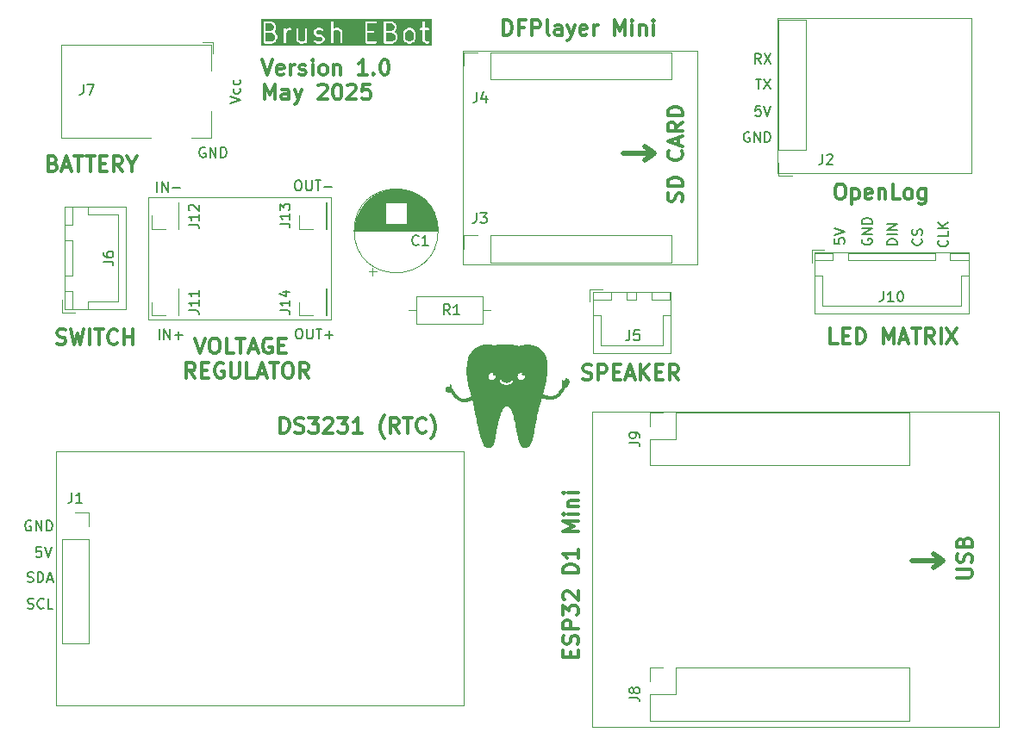
<source format=gbr>
%TF.GenerationSoftware,KiCad,Pcbnew,9.0.0*%
%TF.CreationDate,2025-05-21T10:21:18-06:00*%
%TF.ProjectId,Brush_EBoot_PCB_v1,42727573-685f-4454-926f-6f745f504342,rev?*%
%TF.SameCoordinates,Original*%
%TF.FileFunction,Legend,Top*%
%TF.FilePolarity,Positive*%
%FSLAX46Y46*%
G04 Gerber Fmt 4.6, Leading zero omitted, Abs format (unit mm)*
G04 Created by KiCad (PCBNEW 9.0.0) date 2025-05-21 10:21:18*
%MOMM*%
%LPD*%
G01*
G04 APERTURE LIST*
%ADD10C,0.500000*%
%ADD11C,0.100000*%
%ADD12C,0.150000*%
%ADD13C,0.300000*%
%ADD14C,0.200000*%
%ADD15C,0.120000*%
%ADD16C,0.000000*%
G04 APERTURE END LIST*
D10*
X183767018Y-100918292D02*
X186817018Y-100918292D01*
D11*
X99700000Y-90190000D02*
X139700000Y-90190000D01*
X139700000Y-115190000D01*
X99700000Y-115190000D01*
X99700000Y-90190000D01*
X170485000Y-47590000D02*
X189535000Y-47590000D01*
X189535000Y-62830000D01*
X170485000Y-62830000D01*
X170485000Y-47590000D01*
D10*
X158450000Y-60900000D02*
X157467018Y-61588292D01*
X186817018Y-100918292D02*
X185834036Y-100230000D01*
X158450000Y-60900000D02*
X157467018Y-60211708D01*
X155400000Y-60900000D02*
X158450000Y-60900000D01*
D11*
X108680000Y-65220000D02*
X126680000Y-65220000D01*
X126680000Y-77220000D01*
X108680000Y-77220000D01*
X108680000Y-65220000D01*
X152290000Y-86270000D02*
X192290000Y-86270000D01*
X192290000Y-117270000D01*
X152290000Y-117270000D01*
X152290000Y-86270000D01*
D10*
X186817018Y-100918292D02*
X185834036Y-101606584D01*
D11*
X139660000Y-50860000D02*
X162660000Y-50860000D01*
X162660000Y-71860000D01*
X139660000Y-71860000D01*
X139660000Y-50860000D01*
D12*
X98209523Y-99604819D02*
X97733333Y-99604819D01*
X97733333Y-99604819D02*
X97685714Y-100081009D01*
X97685714Y-100081009D02*
X97733333Y-100033390D01*
X97733333Y-100033390D02*
X97828571Y-99985771D01*
X97828571Y-99985771D02*
X98066666Y-99985771D01*
X98066666Y-99985771D02*
X98161904Y-100033390D01*
X98161904Y-100033390D02*
X98209523Y-100081009D01*
X98209523Y-100081009D02*
X98257142Y-100176247D01*
X98257142Y-100176247D02*
X98257142Y-100414342D01*
X98257142Y-100414342D02*
X98209523Y-100509580D01*
X98209523Y-100509580D02*
X98161904Y-100557200D01*
X98161904Y-100557200D02*
X98066666Y-100604819D01*
X98066666Y-100604819D02*
X97828571Y-100604819D01*
X97828571Y-100604819D02*
X97733333Y-100557200D01*
X97733333Y-100557200D02*
X97685714Y-100509580D01*
X98542857Y-99604819D02*
X98876190Y-100604819D01*
X98876190Y-100604819D02*
X99209523Y-99604819D01*
D13*
X143614510Y-49290828D02*
X143614510Y-47790828D01*
X143614510Y-47790828D02*
X143971653Y-47790828D01*
X143971653Y-47790828D02*
X144185939Y-47862257D01*
X144185939Y-47862257D02*
X144328796Y-48005114D01*
X144328796Y-48005114D02*
X144400225Y-48147971D01*
X144400225Y-48147971D02*
X144471653Y-48433685D01*
X144471653Y-48433685D02*
X144471653Y-48647971D01*
X144471653Y-48647971D02*
X144400225Y-48933685D01*
X144400225Y-48933685D02*
X144328796Y-49076542D01*
X144328796Y-49076542D02*
X144185939Y-49219400D01*
X144185939Y-49219400D02*
X143971653Y-49290828D01*
X143971653Y-49290828D02*
X143614510Y-49290828D01*
X145614510Y-48505114D02*
X145114510Y-48505114D01*
X145114510Y-49290828D02*
X145114510Y-47790828D01*
X145114510Y-47790828D02*
X145828796Y-47790828D01*
X146400224Y-49290828D02*
X146400224Y-47790828D01*
X146400224Y-47790828D02*
X146971653Y-47790828D01*
X146971653Y-47790828D02*
X147114510Y-47862257D01*
X147114510Y-47862257D02*
X147185939Y-47933685D01*
X147185939Y-47933685D02*
X147257367Y-48076542D01*
X147257367Y-48076542D02*
X147257367Y-48290828D01*
X147257367Y-48290828D02*
X147185939Y-48433685D01*
X147185939Y-48433685D02*
X147114510Y-48505114D01*
X147114510Y-48505114D02*
X146971653Y-48576542D01*
X146971653Y-48576542D02*
X146400224Y-48576542D01*
X148114510Y-49290828D02*
X147971653Y-49219400D01*
X147971653Y-49219400D02*
X147900224Y-49076542D01*
X147900224Y-49076542D02*
X147900224Y-47790828D01*
X149328796Y-49290828D02*
X149328796Y-48505114D01*
X149328796Y-48505114D02*
X149257367Y-48362257D01*
X149257367Y-48362257D02*
X149114510Y-48290828D01*
X149114510Y-48290828D02*
X148828796Y-48290828D01*
X148828796Y-48290828D02*
X148685938Y-48362257D01*
X149328796Y-49219400D02*
X149185938Y-49290828D01*
X149185938Y-49290828D02*
X148828796Y-49290828D01*
X148828796Y-49290828D02*
X148685938Y-49219400D01*
X148685938Y-49219400D02*
X148614510Y-49076542D01*
X148614510Y-49076542D02*
X148614510Y-48933685D01*
X148614510Y-48933685D02*
X148685938Y-48790828D01*
X148685938Y-48790828D02*
X148828796Y-48719400D01*
X148828796Y-48719400D02*
X149185938Y-48719400D01*
X149185938Y-48719400D02*
X149328796Y-48647971D01*
X149900224Y-48290828D02*
X150257367Y-49290828D01*
X150614510Y-48290828D02*
X150257367Y-49290828D01*
X150257367Y-49290828D02*
X150114510Y-49647971D01*
X150114510Y-49647971D02*
X150043081Y-49719400D01*
X150043081Y-49719400D02*
X149900224Y-49790828D01*
X151757367Y-49219400D02*
X151614510Y-49290828D01*
X151614510Y-49290828D02*
X151328796Y-49290828D01*
X151328796Y-49290828D02*
X151185938Y-49219400D01*
X151185938Y-49219400D02*
X151114510Y-49076542D01*
X151114510Y-49076542D02*
X151114510Y-48505114D01*
X151114510Y-48505114D02*
X151185938Y-48362257D01*
X151185938Y-48362257D02*
X151328796Y-48290828D01*
X151328796Y-48290828D02*
X151614510Y-48290828D01*
X151614510Y-48290828D02*
X151757367Y-48362257D01*
X151757367Y-48362257D02*
X151828796Y-48505114D01*
X151828796Y-48505114D02*
X151828796Y-48647971D01*
X151828796Y-48647971D02*
X151114510Y-48790828D01*
X152471652Y-49290828D02*
X152471652Y-48290828D01*
X152471652Y-48576542D02*
X152543081Y-48433685D01*
X152543081Y-48433685D02*
X152614510Y-48362257D01*
X152614510Y-48362257D02*
X152757367Y-48290828D01*
X152757367Y-48290828D02*
X152900224Y-48290828D01*
X154543080Y-49290828D02*
X154543080Y-47790828D01*
X154543080Y-47790828D02*
X155043080Y-48862257D01*
X155043080Y-48862257D02*
X155543080Y-47790828D01*
X155543080Y-47790828D02*
X155543080Y-49290828D01*
X156257366Y-49290828D02*
X156257366Y-48290828D01*
X156257366Y-47790828D02*
X156185938Y-47862257D01*
X156185938Y-47862257D02*
X156257366Y-47933685D01*
X156257366Y-47933685D02*
X156328795Y-47862257D01*
X156328795Y-47862257D02*
X156257366Y-47790828D01*
X156257366Y-47790828D02*
X156257366Y-47933685D01*
X156971652Y-48290828D02*
X156971652Y-49290828D01*
X156971652Y-48433685D02*
X157043081Y-48362257D01*
X157043081Y-48362257D02*
X157185938Y-48290828D01*
X157185938Y-48290828D02*
X157400224Y-48290828D01*
X157400224Y-48290828D02*
X157543081Y-48362257D01*
X157543081Y-48362257D02*
X157614510Y-48505114D01*
X157614510Y-48505114D02*
X157614510Y-49290828D01*
X158328795Y-49290828D02*
X158328795Y-48290828D01*
X158328795Y-47790828D02*
X158257367Y-47862257D01*
X158257367Y-47862257D02*
X158328795Y-47933685D01*
X158328795Y-47933685D02*
X158400224Y-47862257D01*
X158400224Y-47862257D02*
X158328795Y-47790828D01*
X158328795Y-47790828D02*
X158328795Y-47933685D01*
D12*
X123360952Y-63564819D02*
X123551428Y-63564819D01*
X123551428Y-63564819D02*
X123646666Y-63612438D01*
X123646666Y-63612438D02*
X123741904Y-63707676D01*
X123741904Y-63707676D02*
X123789523Y-63898152D01*
X123789523Y-63898152D02*
X123789523Y-64231485D01*
X123789523Y-64231485D02*
X123741904Y-64421961D01*
X123741904Y-64421961D02*
X123646666Y-64517200D01*
X123646666Y-64517200D02*
X123551428Y-64564819D01*
X123551428Y-64564819D02*
X123360952Y-64564819D01*
X123360952Y-64564819D02*
X123265714Y-64517200D01*
X123265714Y-64517200D02*
X123170476Y-64421961D01*
X123170476Y-64421961D02*
X123122857Y-64231485D01*
X123122857Y-64231485D02*
X123122857Y-63898152D01*
X123122857Y-63898152D02*
X123170476Y-63707676D01*
X123170476Y-63707676D02*
X123265714Y-63612438D01*
X123265714Y-63612438D02*
X123360952Y-63564819D01*
X124218095Y-63564819D02*
X124218095Y-64374342D01*
X124218095Y-64374342D02*
X124265714Y-64469580D01*
X124265714Y-64469580D02*
X124313333Y-64517200D01*
X124313333Y-64517200D02*
X124408571Y-64564819D01*
X124408571Y-64564819D02*
X124599047Y-64564819D01*
X124599047Y-64564819D02*
X124694285Y-64517200D01*
X124694285Y-64517200D02*
X124741904Y-64469580D01*
X124741904Y-64469580D02*
X124789523Y-64374342D01*
X124789523Y-64374342D02*
X124789523Y-63564819D01*
X125122857Y-63564819D02*
X125694285Y-63564819D01*
X125408571Y-64564819D02*
X125408571Y-63564819D01*
X126027619Y-64183866D02*
X126789524Y-64183866D01*
X96879524Y-105617200D02*
X97022381Y-105664819D01*
X97022381Y-105664819D02*
X97260476Y-105664819D01*
X97260476Y-105664819D02*
X97355714Y-105617200D01*
X97355714Y-105617200D02*
X97403333Y-105569580D01*
X97403333Y-105569580D02*
X97450952Y-105474342D01*
X97450952Y-105474342D02*
X97450952Y-105379104D01*
X97450952Y-105379104D02*
X97403333Y-105283866D01*
X97403333Y-105283866D02*
X97355714Y-105236247D01*
X97355714Y-105236247D02*
X97260476Y-105188628D01*
X97260476Y-105188628D02*
X97070000Y-105141009D01*
X97070000Y-105141009D02*
X96974762Y-105093390D01*
X96974762Y-105093390D02*
X96927143Y-105045771D01*
X96927143Y-105045771D02*
X96879524Y-104950533D01*
X96879524Y-104950533D02*
X96879524Y-104855295D01*
X96879524Y-104855295D02*
X96927143Y-104760057D01*
X96927143Y-104760057D02*
X96974762Y-104712438D01*
X96974762Y-104712438D02*
X97070000Y-104664819D01*
X97070000Y-104664819D02*
X97308095Y-104664819D01*
X97308095Y-104664819D02*
X97450952Y-104712438D01*
X98450952Y-105569580D02*
X98403333Y-105617200D01*
X98403333Y-105617200D02*
X98260476Y-105664819D01*
X98260476Y-105664819D02*
X98165238Y-105664819D01*
X98165238Y-105664819D02*
X98022381Y-105617200D01*
X98022381Y-105617200D02*
X97927143Y-105521961D01*
X97927143Y-105521961D02*
X97879524Y-105426723D01*
X97879524Y-105426723D02*
X97831905Y-105236247D01*
X97831905Y-105236247D02*
X97831905Y-105093390D01*
X97831905Y-105093390D02*
X97879524Y-104902914D01*
X97879524Y-104902914D02*
X97927143Y-104807676D01*
X97927143Y-104807676D02*
X98022381Y-104712438D01*
X98022381Y-104712438D02*
X98165238Y-104664819D01*
X98165238Y-104664819D02*
X98260476Y-104664819D01*
X98260476Y-104664819D02*
X98403333Y-104712438D01*
X98403333Y-104712438D02*
X98450952Y-104760057D01*
X99355714Y-105664819D02*
X98879524Y-105664819D01*
X98879524Y-105664819D02*
X98879524Y-104664819D01*
D13*
X151413082Y-83099400D02*
X151627368Y-83170828D01*
X151627368Y-83170828D02*
X151984510Y-83170828D01*
X151984510Y-83170828D02*
X152127368Y-83099400D01*
X152127368Y-83099400D02*
X152198796Y-83027971D01*
X152198796Y-83027971D02*
X152270225Y-82885114D01*
X152270225Y-82885114D02*
X152270225Y-82742257D01*
X152270225Y-82742257D02*
X152198796Y-82599400D01*
X152198796Y-82599400D02*
X152127368Y-82527971D01*
X152127368Y-82527971D02*
X151984510Y-82456542D01*
X151984510Y-82456542D02*
X151698796Y-82385114D01*
X151698796Y-82385114D02*
X151555939Y-82313685D01*
X151555939Y-82313685D02*
X151484510Y-82242257D01*
X151484510Y-82242257D02*
X151413082Y-82099400D01*
X151413082Y-82099400D02*
X151413082Y-81956542D01*
X151413082Y-81956542D02*
X151484510Y-81813685D01*
X151484510Y-81813685D02*
X151555939Y-81742257D01*
X151555939Y-81742257D02*
X151698796Y-81670828D01*
X151698796Y-81670828D02*
X152055939Y-81670828D01*
X152055939Y-81670828D02*
X152270225Y-81742257D01*
X152913081Y-83170828D02*
X152913081Y-81670828D01*
X152913081Y-81670828D02*
X153484510Y-81670828D01*
X153484510Y-81670828D02*
X153627367Y-81742257D01*
X153627367Y-81742257D02*
X153698796Y-81813685D01*
X153698796Y-81813685D02*
X153770224Y-81956542D01*
X153770224Y-81956542D02*
X153770224Y-82170828D01*
X153770224Y-82170828D02*
X153698796Y-82313685D01*
X153698796Y-82313685D02*
X153627367Y-82385114D01*
X153627367Y-82385114D02*
X153484510Y-82456542D01*
X153484510Y-82456542D02*
X152913081Y-82456542D01*
X154413081Y-82385114D02*
X154913081Y-82385114D01*
X155127367Y-83170828D02*
X154413081Y-83170828D01*
X154413081Y-83170828D02*
X154413081Y-81670828D01*
X154413081Y-81670828D02*
X155127367Y-81670828D01*
X155698796Y-82742257D02*
X156413082Y-82742257D01*
X155555939Y-83170828D02*
X156055939Y-81670828D01*
X156055939Y-81670828D02*
X156555939Y-83170828D01*
X157055938Y-83170828D02*
X157055938Y-81670828D01*
X157913081Y-83170828D02*
X157270224Y-82313685D01*
X157913081Y-81670828D02*
X157055938Y-82527971D01*
X158555938Y-82385114D02*
X159055938Y-82385114D01*
X159270224Y-83170828D02*
X158555938Y-83170828D01*
X158555938Y-83170828D02*
X158555938Y-81670828D01*
X158555938Y-81670828D02*
X159270224Y-81670828D01*
X160770224Y-83170828D02*
X160270224Y-82456542D01*
X159913081Y-83170828D02*
X159913081Y-81670828D01*
X159913081Y-81670828D02*
X160484510Y-81670828D01*
X160484510Y-81670828D02*
X160627367Y-81742257D01*
X160627367Y-81742257D02*
X160698796Y-81813685D01*
X160698796Y-81813685D02*
X160770224Y-81956542D01*
X160770224Y-81956542D02*
X160770224Y-82170828D01*
X160770224Y-82170828D02*
X160698796Y-82313685D01*
X160698796Y-82313685D02*
X160627367Y-82385114D01*
X160627367Y-82385114D02*
X160484510Y-82456542D01*
X160484510Y-82456542D02*
X159913081Y-82456542D01*
X119930225Y-51685912D02*
X120430225Y-53185912D01*
X120430225Y-53185912D02*
X120930225Y-51685912D01*
X122001653Y-53114484D02*
X121858796Y-53185912D01*
X121858796Y-53185912D02*
X121573082Y-53185912D01*
X121573082Y-53185912D02*
X121430224Y-53114484D01*
X121430224Y-53114484D02*
X121358796Y-52971626D01*
X121358796Y-52971626D02*
X121358796Y-52400198D01*
X121358796Y-52400198D02*
X121430224Y-52257341D01*
X121430224Y-52257341D02*
X121573082Y-52185912D01*
X121573082Y-52185912D02*
X121858796Y-52185912D01*
X121858796Y-52185912D02*
X122001653Y-52257341D01*
X122001653Y-52257341D02*
X122073082Y-52400198D01*
X122073082Y-52400198D02*
X122073082Y-52543055D01*
X122073082Y-52543055D02*
X121358796Y-52685912D01*
X122715938Y-53185912D02*
X122715938Y-52185912D01*
X122715938Y-52471626D02*
X122787367Y-52328769D01*
X122787367Y-52328769D02*
X122858796Y-52257341D01*
X122858796Y-52257341D02*
X123001653Y-52185912D01*
X123001653Y-52185912D02*
X123144510Y-52185912D01*
X123573081Y-53114484D02*
X123715938Y-53185912D01*
X123715938Y-53185912D02*
X124001652Y-53185912D01*
X124001652Y-53185912D02*
X124144509Y-53114484D01*
X124144509Y-53114484D02*
X124215938Y-52971626D01*
X124215938Y-52971626D02*
X124215938Y-52900198D01*
X124215938Y-52900198D02*
X124144509Y-52757341D01*
X124144509Y-52757341D02*
X124001652Y-52685912D01*
X124001652Y-52685912D02*
X123787367Y-52685912D01*
X123787367Y-52685912D02*
X123644509Y-52614484D01*
X123644509Y-52614484D02*
X123573081Y-52471626D01*
X123573081Y-52471626D02*
X123573081Y-52400198D01*
X123573081Y-52400198D02*
X123644509Y-52257341D01*
X123644509Y-52257341D02*
X123787367Y-52185912D01*
X123787367Y-52185912D02*
X124001652Y-52185912D01*
X124001652Y-52185912D02*
X124144509Y-52257341D01*
X124858795Y-53185912D02*
X124858795Y-52185912D01*
X124858795Y-51685912D02*
X124787367Y-51757341D01*
X124787367Y-51757341D02*
X124858795Y-51828769D01*
X124858795Y-51828769D02*
X124930224Y-51757341D01*
X124930224Y-51757341D02*
X124858795Y-51685912D01*
X124858795Y-51685912D02*
X124858795Y-51828769D01*
X125787367Y-53185912D02*
X125644510Y-53114484D01*
X125644510Y-53114484D02*
X125573081Y-53043055D01*
X125573081Y-53043055D02*
X125501653Y-52900198D01*
X125501653Y-52900198D02*
X125501653Y-52471626D01*
X125501653Y-52471626D02*
X125573081Y-52328769D01*
X125573081Y-52328769D02*
X125644510Y-52257341D01*
X125644510Y-52257341D02*
X125787367Y-52185912D01*
X125787367Y-52185912D02*
X126001653Y-52185912D01*
X126001653Y-52185912D02*
X126144510Y-52257341D01*
X126144510Y-52257341D02*
X126215939Y-52328769D01*
X126215939Y-52328769D02*
X126287367Y-52471626D01*
X126287367Y-52471626D02*
X126287367Y-52900198D01*
X126287367Y-52900198D02*
X126215939Y-53043055D01*
X126215939Y-53043055D02*
X126144510Y-53114484D01*
X126144510Y-53114484D02*
X126001653Y-53185912D01*
X126001653Y-53185912D02*
X125787367Y-53185912D01*
X126930224Y-52185912D02*
X126930224Y-53185912D01*
X126930224Y-52328769D02*
X127001653Y-52257341D01*
X127001653Y-52257341D02*
X127144510Y-52185912D01*
X127144510Y-52185912D02*
X127358796Y-52185912D01*
X127358796Y-52185912D02*
X127501653Y-52257341D01*
X127501653Y-52257341D02*
X127573082Y-52400198D01*
X127573082Y-52400198D02*
X127573082Y-53185912D01*
X130215939Y-53185912D02*
X129358796Y-53185912D01*
X129787367Y-53185912D02*
X129787367Y-51685912D01*
X129787367Y-51685912D02*
X129644510Y-51900198D01*
X129644510Y-51900198D02*
X129501653Y-52043055D01*
X129501653Y-52043055D02*
X129358796Y-52114484D01*
X130858795Y-53043055D02*
X130930224Y-53114484D01*
X130930224Y-53114484D02*
X130858795Y-53185912D01*
X130858795Y-53185912D02*
X130787367Y-53114484D01*
X130787367Y-53114484D02*
X130858795Y-53043055D01*
X130858795Y-53043055D02*
X130858795Y-53185912D01*
X131858796Y-51685912D02*
X132001653Y-51685912D01*
X132001653Y-51685912D02*
X132144510Y-51757341D01*
X132144510Y-51757341D02*
X132215939Y-51828769D01*
X132215939Y-51828769D02*
X132287367Y-51971626D01*
X132287367Y-51971626D02*
X132358796Y-52257341D01*
X132358796Y-52257341D02*
X132358796Y-52614484D01*
X132358796Y-52614484D02*
X132287367Y-52900198D01*
X132287367Y-52900198D02*
X132215939Y-53043055D01*
X132215939Y-53043055D02*
X132144510Y-53114484D01*
X132144510Y-53114484D02*
X132001653Y-53185912D01*
X132001653Y-53185912D02*
X131858796Y-53185912D01*
X131858796Y-53185912D02*
X131715939Y-53114484D01*
X131715939Y-53114484D02*
X131644510Y-53043055D01*
X131644510Y-53043055D02*
X131573081Y-52900198D01*
X131573081Y-52900198D02*
X131501653Y-52614484D01*
X131501653Y-52614484D02*
X131501653Y-52257341D01*
X131501653Y-52257341D02*
X131573081Y-51971626D01*
X131573081Y-51971626D02*
X131644510Y-51828769D01*
X131644510Y-51828769D02*
X131715939Y-51757341D01*
X131715939Y-51757341D02*
X131858796Y-51685912D01*
X120144510Y-55600828D02*
X120144510Y-54100828D01*
X120144510Y-54100828D02*
X120644510Y-55172257D01*
X120644510Y-55172257D02*
X121144510Y-54100828D01*
X121144510Y-54100828D02*
X121144510Y-55600828D01*
X122501654Y-55600828D02*
X122501654Y-54815114D01*
X122501654Y-54815114D02*
X122430225Y-54672257D01*
X122430225Y-54672257D02*
X122287368Y-54600828D01*
X122287368Y-54600828D02*
X122001654Y-54600828D01*
X122001654Y-54600828D02*
X121858796Y-54672257D01*
X122501654Y-55529400D02*
X122358796Y-55600828D01*
X122358796Y-55600828D02*
X122001654Y-55600828D01*
X122001654Y-55600828D02*
X121858796Y-55529400D01*
X121858796Y-55529400D02*
X121787368Y-55386542D01*
X121787368Y-55386542D02*
X121787368Y-55243685D01*
X121787368Y-55243685D02*
X121858796Y-55100828D01*
X121858796Y-55100828D02*
X122001654Y-55029400D01*
X122001654Y-55029400D02*
X122358796Y-55029400D01*
X122358796Y-55029400D02*
X122501654Y-54957971D01*
X123073082Y-54600828D02*
X123430225Y-55600828D01*
X123787368Y-54600828D02*
X123430225Y-55600828D01*
X123430225Y-55600828D02*
X123287368Y-55957971D01*
X123287368Y-55957971D02*
X123215939Y-56029400D01*
X123215939Y-56029400D02*
X123073082Y-56100828D01*
X125430225Y-54243685D02*
X125501653Y-54172257D01*
X125501653Y-54172257D02*
X125644511Y-54100828D01*
X125644511Y-54100828D02*
X126001653Y-54100828D01*
X126001653Y-54100828D02*
X126144511Y-54172257D01*
X126144511Y-54172257D02*
X126215939Y-54243685D01*
X126215939Y-54243685D02*
X126287368Y-54386542D01*
X126287368Y-54386542D02*
X126287368Y-54529400D01*
X126287368Y-54529400D02*
X126215939Y-54743685D01*
X126215939Y-54743685D02*
X125358796Y-55600828D01*
X125358796Y-55600828D02*
X126287368Y-55600828D01*
X127215939Y-54100828D02*
X127358796Y-54100828D01*
X127358796Y-54100828D02*
X127501653Y-54172257D01*
X127501653Y-54172257D02*
X127573082Y-54243685D01*
X127573082Y-54243685D02*
X127644510Y-54386542D01*
X127644510Y-54386542D02*
X127715939Y-54672257D01*
X127715939Y-54672257D02*
X127715939Y-55029400D01*
X127715939Y-55029400D02*
X127644510Y-55315114D01*
X127644510Y-55315114D02*
X127573082Y-55457971D01*
X127573082Y-55457971D02*
X127501653Y-55529400D01*
X127501653Y-55529400D02*
X127358796Y-55600828D01*
X127358796Y-55600828D02*
X127215939Y-55600828D01*
X127215939Y-55600828D02*
X127073082Y-55529400D01*
X127073082Y-55529400D02*
X127001653Y-55457971D01*
X127001653Y-55457971D02*
X126930224Y-55315114D01*
X126930224Y-55315114D02*
X126858796Y-55029400D01*
X126858796Y-55029400D02*
X126858796Y-54672257D01*
X126858796Y-54672257D02*
X126930224Y-54386542D01*
X126930224Y-54386542D02*
X127001653Y-54243685D01*
X127001653Y-54243685D02*
X127073082Y-54172257D01*
X127073082Y-54172257D02*
X127215939Y-54100828D01*
X128287367Y-54243685D02*
X128358795Y-54172257D01*
X128358795Y-54172257D02*
X128501653Y-54100828D01*
X128501653Y-54100828D02*
X128858795Y-54100828D01*
X128858795Y-54100828D02*
X129001653Y-54172257D01*
X129001653Y-54172257D02*
X129073081Y-54243685D01*
X129073081Y-54243685D02*
X129144510Y-54386542D01*
X129144510Y-54386542D02*
X129144510Y-54529400D01*
X129144510Y-54529400D02*
X129073081Y-54743685D01*
X129073081Y-54743685D02*
X128215938Y-55600828D01*
X128215938Y-55600828D02*
X129144510Y-55600828D01*
X130501652Y-54100828D02*
X129787366Y-54100828D01*
X129787366Y-54100828D02*
X129715938Y-54815114D01*
X129715938Y-54815114D02*
X129787366Y-54743685D01*
X129787366Y-54743685D02*
X129930224Y-54672257D01*
X129930224Y-54672257D02*
X130287366Y-54672257D01*
X130287366Y-54672257D02*
X130430224Y-54743685D01*
X130430224Y-54743685D02*
X130501652Y-54815114D01*
X130501652Y-54815114D02*
X130573081Y-54957971D01*
X130573081Y-54957971D02*
X130573081Y-55315114D01*
X130573081Y-55315114D02*
X130501652Y-55457971D01*
X130501652Y-55457971D02*
X130430224Y-55529400D01*
X130430224Y-55529400D02*
X130287366Y-55600828D01*
X130287366Y-55600828D02*
X129930224Y-55600828D01*
X129930224Y-55600828D02*
X129787366Y-55529400D01*
X129787366Y-55529400D02*
X129715938Y-55457971D01*
D14*
G36*
X121036129Y-49139859D02*
G01*
X121103201Y-49206931D01*
X121180625Y-49361778D01*
X121180625Y-49600277D01*
X121103201Y-49755124D01*
X121030913Y-49827414D01*
X120876066Y-49904838D01*
X120237768Y-49904838D01*
X120237768Y-49057219D01*
X120788208Y-49057219D01*
X121036129Y-49139859D01*
G37*
G36*
X120935674Y-48182261D02*
G01*
X121007963Y-48254550D01*
X121085387Y-48409397D01*
X121085387Y-48552658D01*
X121007963Y-48707505D01*
X120935673Y-48779796D01*
X120780827Y-48857219D01*
X120237768Y-48857219D01*
X120237768Y-48104838D01*
X120780828Y-48104838D01*
X120935674Y-48182261D01*
G37*
G36*
X132845654Y-49139859D02*
G01*
X132912726Y-49206931D01*
X132990150Y-49361778D01*
X132990150Y-49600277D01*
X132912726Y-49755124D01*
X132840438Y-49827414D01*
X132685591Y-49904838D01*
X132047293Y-49904838D01*
X132047293Y-49057219D01*
X132597733Y-49057219D01*
X132845654Y-49139859D01*
G37*
G36*
X132745199Y-48182261D02*
G01*
X132817488Y-48254550D01*
X132894912Y-48409397D01*
X132894912Y-48552658D01*
X132817488Y-48707505D01*
X132745198Y-48779796D01*
X132590352Y-48857219D01*
X132047293Y-48857219D01*
X132047293Y-48104838D01*
X132590353Y-48104838D01*
X132745199Y-48182261D01*
G37*
G36*
X134649961Y-48848927D02*
G01*
X134722250Y-48921216D01*
X134799674Y-49076064D01*
X134799674Y-49600277D01*
X134722250Y-49755124D01*
X134649962Y-49827414D01*
X134495115Y-49904838D01*
X134256615Y-49904838D01*
X134101766Y-49827414D01*
X134029479Y-49755126D01*
X133952055Y-49600278D01*
X133952055Y-49076063D01*
X134029478Y-48921216D01*
X134101767Y-48848927D01*
X134256615Y-48771504D01*
X134495115Y-48771504D01*
X134649961Y-48848927D01*
G37*
G36*
X136553308Y-50327060D02*
G01*
X119815546Y-50327060D01*
X119815546Y-48004838D01*
X120037768Y-48004838D01*
X120037768Y-50004838D01*
X120039689Y-50024347D01*
X120054621Y-50060395D01*
X120082211Y-50087985D01*
X120118259Y-50102917D01*
X120137768Y-50104838D01*
X120899673Y-50104838D01*
X120919182Y-50102917D01*
X120922502Y-50101541D01*
X120926086Y-50101287D01*
X120944394Y-50094281D01*
X121134871Y-49999043D01*
X121143268Y-49993757D01*
X121145707Y-49992747D01*
X121148451Y-49990494D01*
X121151461Y-49988600D01*
X121153193Y-49986602D01*
X121160860Y-49980310D01*
X121256098Y-49885071D01*
X121262390Y-49877404D01*
X121264387Y-49875673D01*
X121266280Y-49872665D01*
X121268535Y-49869918D01*
X121269546Y-49867476D01*
X121274830Y-49859082D01*
X121370068Y-49668606D01*
X121377074Y-49650298D01*
X121377328Y-49646714D01*
X121378704Y-49643394D01*
X121380625Y-49623885D01*
X121380625Y-49338171D01*
X121378704Y-49318662D01*
X121377328Y-49315341D01*
X121377074Y-49311758D01*
X121370068Y-49293450D01*
X121274830Y-49102974D01*
X121269543Y-49094575D01*
X121268534Y-49092138D01*
X121266282Y-49089394D01*
X121264387Y-49086383D01*
X121262389Y-49084650D01*
X121256098Y-49076984D01*
X121160860Y-48981746D01*
X121145706Y-48969310D01*
X121142387Y-48967935D01*
X121139672Y-48965580D01*
X121121772Y-48957589D01*
X121060265Y-48937086D01*
X121065622Y-48932691D01*
X121160860Y-48837453D01*
X121167151Y-48829786D01*
X121169149Y-48828054D01*
X121171044Y-48825042D01*
X121173296Y-48822299D01*
X121174305Y-48819861D01*
X121179592Y-48811463D01*
X121249572Y-48671504D01*
X122037768Y-48671504D01*
X122037768Y-50004838D01*
X122039689Y-50024347D01*
X122054621Y-50060395D01*
X122082211Y-50087985D01*
X122118259Y-50102917D01*
X122157277Y-50102917D01*
X122193325Y-50087985D01*
X122220915Y-50060395D01*
X122235847Y-50024347D01*
X122237768Y-50004838D01*
X122237768Y-49076063D01*
X122315191Y-48921216D01*
X122387480Y-48848927D01*
X122542328Y-48771504D01*
X122709197Y-48771504D01*
X122728706Y-48769583D01*
X122764754Y-48754651D01*
X122792344Y-48727061D01*
X122807276Y-48691013D01*
X122807276Y-48671504D01*
X123275863Y-48671504D01*
X123275863Y-49719123D01*
X123277784Y-49738632D01*
X123279159Y-49741952D01*
X123279414Y-49745536D01*
X123286420Y-49763844D01*
X123381658Y-49954322D01*
X123383712Y-49957586D01*
X123384225Y-49959123D01*
X123385884Y-49961037D01*
X123392101Y-49970912D01*
X123401573Y-49979127D01*
X123409789Y-49988600D01*
X123419662Y-49994814D01*
X123421578Y-49996476D01*
X123423116Y-49996988D01*
X123426380Y-49999043D01*
X123616856Y-50094281D01*
X123635164Y-50101287D01*
X123638747Y-50101541D01*
X123642068Y-50102917D01*
X123661577Y-50104838D01*
X123947292Y-50104838D01*
X123966801Y-50102917D01*
X123970121Y-50101541D01*
X123973705Y-50101287D01*
X123992013Y-50094281D01*
X124134784Y-50022895D01*
X124134927Y-50024347D01*
X124149859Y-50060395D01*
X124177449Y-50087985D01*
X124213497Y-50102917D01*
X124252515Y-50102917D01*
X124288563Y-50087985D01*
X124316153Y-50060395D01*
X124331085Y-50024347D01*
X124333006Y-50004838D01*
X124333006Y-48957219D01*
X124990149Y-48957219D01*
X124990149Y-49052457D01*
X124992070Y-49071966D01*
X124993445Y-49075286D01*
X124993700Y-49078870D01*
X125000706Y-49097178D01*
X125095944Y-49287655D01*
X125097998Y-49290919D01*
X125098511Y-49292456D01*
X125100170Y-49294370D01*
X125106387Y-49304245D01*
X125115859Y-49312460D01*
X125124075Y-49321933D01*
X125133948Y-49328147D01*
X125135864Y-49329809D01*
X125137402Y-49330321D01*
X125140666Y-49332376D01*
X125331142Y-49427614D01*
X125349450Y-49434620D01*
X125353033Y-49434874D01*
X125356354Y-49436250D01*
X125375863Y-49438171D01*
X125637970Y-49438171D01*
X125777518Y-49507944D01*
X125847292Y-49647492D01*
X125847292Y-49695515D01*
X125777518Y-49835064D01*
X125637970Y-49904838D01*
X125304233Y-49904838D01*
X125134870Y-49820157D01*
X125116562Y-49813151D01*
X125077642Y-49810385D01*
X125040626Y-49822724D01*
X125011149Y-49848288D01*
X124993700Y-49883187D01*
X124990934Y-49922107D01*
X125003273Y-49959123D01*
X125028837Y-49988600D01*
X125045428Y-49999043D01*
X125235904Y-50094281D01*
X125254212Y-50101287D01*
X125257795Y-50101541D01*
X125261116Y-50102917D01*
X125280625Y-50104838D01*
X125661577Y-50104838D01*
X125681086Y-50102917D01*
X125684406Y-50101541D01*
X125687990Y-50101287D01*
X125706298Y-50094281D01*
X125896776Y-49999043D01*
X125900040Y-49996988D01*
X125901577Y-49996476D01*
X125903490Y-49994816D01*
X125913366Y-49988600D01*
X125921583Y-49979124D01*
X125931054Y-49970911D01*
X125937267Y-49961039D01*
X125938930Y-49959123D01*
X125939443Y-49957584D01*
X125941497Y-49954321D01*
X126036735Y-49763844D01*
X126043741Y-49745535D01*
X126043995Y-49741952D01*
X126045371Y-49738632D01*
X126047292Y-49719123D01*
X126047292Y-49623885D01*
X126045371Y-49604376D01*
X126043995Y-49601055D01*
X126043741Y-49597472D01*
X126036735Y-49579164D01*
X125941497Y-49388688D01*
X125939442Y-49385424D01*
X125938930Y-49383886D01*
X125937268Y-49381970D01*
X125931054Y-49372097D01*
X125921581Y-49363881D01*
X125913366Y-49354409D01*
X125903491Y-49348192D01*
X125901577Y-49346533D01*
X125900040Y-49346020D01*
X125896776Y-49343966D01*
X125706298Y-49248728D01*
X125687990Y-49241722D01*
X125684406Y-49241467D01*
X125681086Y-49240092D01*
X125661577Y-49238171D01*
X125399471Y-49238171D01*
X125259922Y-49168397D01*
X125190149Y-49028850D01*
X125190149Y-48980825D01*
X125259922Y-48841277D01*
X125399471Y-48771504D01*
X125637970Y-48771504D01*
X125807333Y-48856185D01*
X125825642Y-48863191D01*
X125864562Y-48865957D01*
X125901578Y-48853618D01*
X125931054Y-48828054D01*
X125948504Y-48793155D01*
X125951269Y-48754235D01*
X125938930Y-48717219D01*
X125913366Y-48687742D01*
X125896776Y-48677299D01*
X125706298Y-48582061D01*
X125687990Y-48575055D01*
X125684406Y-48574800D01*
X125681086Y-48573425D01*
X125661577Y-48571504D01*
X125375863Y-48571504D01*
X125356354Y-48573425D01*
X125353033Y-48574800D01*
X125349450Y-48575055D01*
X125331142Y-48582061D01*
X125140666Y-48677299D01*
X125137402Y-48679353D01*
X125135864Y-48679866D01*
X125133948Y-48681527D01*
X125124075Y-48687742D01*
X125115859Y-48697214D01*
X125106387Y-48705430D01*
X125100170Y-48715304D01*
X125098511Y-48717219D01*
X125097998Y-48718755D01*
X125095944Y-48722020D01*
X125000706Y-48912498D01*
X124993700Y-48930806D01*
X124993445Y-48934389D01*
X124992070Y-48937710D01*
X124990149Y-48957219D01*
X124333006Y-48957219D01*
X124333006Y-48671504D01*
X124331085Y-48651995D01*
X124316153Y-48615947D01*
X124288563Y-48588357D01*
X124252515Y-48573425D01*
X124213497Y-48573425D01*
X124177449Y-48588357D01*
X124149859Y-48615947D01*
X124134927Y-48651995D01*
X124133006Y-48671504D01*
X124133006Y-49772939D01*
X124078532Y-49827414D01*
X123923685Y-49904838D01*
X123685185Y-49904838D01*
X123545636Y-49835064D01*
X123475863Y-49695516D01*
X123475863Y-48671504D01*
X123473942Y-48651995D01*
X123459010Y-48615947D01*
X123431420Y-48588357D01*
X123395372Y-48573425D01*
X123356354Y-48573425D01*
X123320306Y-48588357D01*
X123292716Y-48615947D01*
X123277784Y-48651995D01*
X123275863Y-48671504D01*
X122807276Y-48671504D01*
X122807276Y-48651995D01*
X122792344Y-48615947D01*
X122764754Y-48588357D01*
X122728706Y-48573425D01*
X122709197Y-48571504D01*
X122518720Y-48571504D01*
X122499211Y-48573425D01*
X122495890Y-48574800D01*
X122492307Y-48575055D01*
X122473999Y-48582061D01*
X122283523Y-48677299D01*
X122275124Y-48682585D01*
X122272687Y-48683595D01*
X122269943Y-48685846D01*
X122266932Y-48687742D01*
X122265199Y-48689739D01*
X122257533Y-48696031D01*
X122237768Y-48715796D01*
X122237768Y-48671504D01*
X122235847Y-48651995D01*
X122220915Y-48615947D01*
X122193325Y-48588357D01*
X122157277Y-48573425D01*
X122118259Y-48573425D01*
X122082211Y-48588357D01*
X122054621Y-48615947D01*
X122039689Y-48651995D01*
X122037768Y-48671504D01*
X121249572Y-48671504D01*
X121274830Y-48620987D01*
X121281836Y-48602679D01*
X121282090Y-48599095D01*
X121283466Y-48595775D01*
X121285387Y-48576266D01*
X121285387Y-48385790D01*
X121283466Y-48366281D01*
X121282090Y-48362960D01*
X121281836Y-48359377D01*
X121274830Y-48341069D01*
X121179592Y-48150593D01*
X121174305Y-48142194D01*
X121173296Y-48139757D01*
X121171044Y-48137013D01*
X121169149Y-48134002D01*
X121167151Y-48132269D01*
X121160860Y-48124603D01*
X121065622Y-48029365D01*
X121057955Y-48023073D01*
X121056223Y-48021076D01*
X121053211Y-48019180D01*
X121050468Y-48016929D01*
X121048031Y-48015919D01*
X121039633Y-48010633D01*
X121028043Y-48004838D01*
X126704435Y-48004838D01*
X126704435Y-50004838D01*
X126706356Y-50024347D01*
X126721288Y-50060395D01*
X126748878Y-50087985D01*
X126784926Y-50102917D01*
X126823944Y-50102917D01*
X126859992Y-50087985D01*
X126887582Y-50060395D01*
X126902514Y-50024347D01*
X126904435Y-50004838D01*
X126904435Y-48903402D01*
X126958909Y-48848927D01*
X127113757Y-48771504D01*
X127352257Y-48771504D01*
X127491804Y-48841277D01*
X127561578Y-48980826D01*
X127561578Y-50004838D01*
X127563499Y-50024347D01*
X127578431Y-50060395D01*
X127606021Y-50087985D01*
X127642069Y-50102917D01*
X127681087Y-50102917D01*
X127717135Y-50087985D01*
X127744725Y-50060395D01*
X127759657Y-50024347D01*
X127761578Y-50004838D01*
X127761578Y-48957219D01*
X127759657Y-48937710D01*
X127758281Y-48934389D01*
X127758027Y-48930807D01*
X127751021Y-48912498D01*
X127655783Y-48722021D01*
X127653729Y-48718757D01*
X127653216Y-48717219D01*
X127651553Y-48715302D01*
X127645340Y-48705431D01*
X127635869Y-48697217D01*
X127627652Y-48687742D01*
X127617776Y-48681525D01*
X127615863Y-48679866D01*
X127614326Y-48679353D01*
X127611062Y-48677299D01*
X127420585Y-48582061D01*
X127402277Y-48575055D01*
X127398693Y-48574800D01*
X127395373Y-48573425D01*
X127375864Y-48571504D01*
X127090149Y-48571504D01*
X127070640Y-48573425D01*
X127067319Y-48574800D01*
X127063736Y-48575055D01*
X127045428Y-48582061D01*
X126904435Y-48652557D01*
X126904435Y-48004838D01*
X130037769Y-48004838D01*
X130037769Y-50004838D01*
X130039690Y-50024347D01*
X130054622Y-50060395D01*
X130082212Y-50087985D01*
X130118260Y-50102917D01*
X130137769Y-50104838D01*
X131090150Y-50104838D01*
X131109659Y-50102917D01*
X131145707Y-50087985D01*
X131173297Y-50060395D01*
X131188229Y-50024347D01*
X131188229Y-49985329D01*
X131173297Y-49949281D01*
X131145707Y-49921691D01*
X131109659Y-49906759D01*
X131090150Y-49904838D01*
X130237769Y-49904838D01*
X130237769Y-49057219D01*
X130804436Y-49057219D01*
X130823945Y-49055298D01*
X130859993Y-49040366D01*
X130887583Y-49012776D01*
X130902515Y-48976728D01*
X130902515Y-48937710D01*
X130887583Y-48901662D01*
X130859993Y-48874072D01*
X130823945Y-48859140D01*
X130804436Y-48857219D01*
X130237769Y-48857219D01*
X130237769Y-48104838D01*
X131090150Y-48104838D01*
X131109659Y-48102917D01*
X131145707Y-48087985D01*
X131173297Y-48060395D01*
X131188229Y-48024347D01*
X131188229Y-48004838D01*
X131847293Y-48004838D01*
X131847293Y-50004838D01*
X131849214Y-50024347D01*
X131864146Y-50060395D01*
X131891736Y-50087985D01*
X131927784Y-50102917D01*
X131947293Y-50104838D01*
X132709198Y-50104838D01*
X132728707Y-50102917D01*
X132732027Y-50101541D01*
X132735611Y-50101287D01*
X132753919Y-50094281D01*
X132944396Y-49999043D01*
X132952793Y-49993757D01*
X132955232Y-49992747D01*
X132957976Y-49990494D01*
X132960986Y-49988600D01*
X132962718Y-49986602D01*
X132970385Y-49980310D01*
X133065623Y-49885071D01*
X133071915Y-49877404D01*
X133073912Y-49875673D01*
X133075805Y-49872665D01*
X133078060Y-49869918D01*
X133079071Y-49867476D01*
X133084355Y-49859082D01*
X133179593Y-49668606D01*
X133186599Y-49650298D01*
X133186853Y-49646714D01*
X133188229Y-49643394D01*
X133190150Y-49623885D01*
X133190150Y-49338171D01*
X133188229Y-49318662D01*
X133186853Y-49315341D01*
X133186599Y-49311758D01*
X133179593Y-49293450D01*
X133084355Y-49102974D01*
X133079068Y-49094575D01*
X133078059Y-49092138D01*
X133075807Y-49089394D01*
X133073912Y-49086383D01*
X133071914Y-49084650D01*
X133065623Y-49076984D01*
X133041096Y-49052457D01*
X133752055Y-49052457D01*
X133752055Y-49623885D01*
X133753976Y-49643394D01*
X133755351Y-49646714D01*
X133755606Y-49650298D01*
X133762612Y-49668606D01*
X133857850Y-49859083D01*
X133863134Y-49867477D01*
X133864145Y-49869918D01*
X133866399Y-49872664D01*
X133868293Y-49875673D01*
X133870289Y-49877404D01*
X133876582Y-49885071D01*
X133971820Y-49980311D01*
X133979488Y-49986604D01*
X133981219Y-49988600D01*
X133984226Y-49990493D01*
X133986973Y-49992747D01*
X133989413Y-49993757D01*
X133997810Y-49999043D01*
X134188286Y-50094281D01*
X134206594Y-50101287D01*
X134210177Y-50101541D01*
X134213498Y-50102917D01*
X134233007Y-50104838D01*
X134518722Y-50104838D01*
X134538231Y-50102917D01*
X134541551Y-50101541D01*
X134545135Y-50101287D01*
X134563443Y-50094281D01*
X134753920Y-49999043D01*
X134762317Y-49993757D01*
X134764756Y-49992747D01*
X134767500Y-49990494D01*
X134770510Y-49988600D01*
X134772242Y-49986602D01*
X134779909Y-49980310D01*
X134875147Y-49885071D01*
X134881439Y-49877404D01*
X134883436Y-49875673D01*
X134885329Y-49872665D01*
X134887584Y-49869918D01*
X134888595Y-49867476D01*
X134893879Y-49859082D01*
X134989117Y-49668606D01*
X134996123Y-49650298D01*
X134996377Y-49646714D01*
X134997753Y-49643394D01*
X134999674Y-49623885D01*
X134999674Y-49052457D01*
X134997753Y-49032948D01*
X134996377Y-49029627D01*
X134996123Y-49026045D01*
X134989117Y-49007736D01*
X134893879Y-48817259D01*
X134888593Y-48808862D01*
X134887583Y-48806423D01*
X134885329Y-48803676D01*
X134883436Y-48800669D01*
X134881441Y-48798939D01*
X134875147Y-48791269D01*
X134779909Y-48696031D01*
X134772242Y-48689739D01*
X134770510Y-48687742D01*
X134767498Y-48685846D01*
X134764755Y-48683595D01*
X134762318Y-48682585D01*
X134753920Y-48677299D01*
X134703312Y-48651995D01*
X135373024Y-48651995D01*
X135373024Y-48691013D01*
X135387956Y-48727061D01*
X135415546Y-48754651D01*
X135451594Y-48769583D01*
X135471103Y-48771504D01*
X135656817Y-48771504D01*
X135656817Y-49719123D01*
X135658738Y-49738632D01*
X135660113Y-49741952D01*
X135660368Y-49745536D01*
X135667374Y-49763844D01*
X135762612Y-49954322D01*
X135764666Y-49957586D01*
X135765179Y-49959123D01*
X135766838Y-49961037D01*
X135773055Y-49970912D01*
X135782527Y-49979127D01*
X135790743Y-49988600D01*
X135800616Y-49994814D01*
X135802532Y-49996476D01*
X135804070Y-49996988D01*
X135807334Y-49999043D01*
X135997810Y-50094281D01*
X136016118Y-50101287D01*
X136019701Y-50101541D01*
X136023022Y-50102917D01*
X136042531Y-50104838D01*
X136233007Y-50104838D01*
X136252516Y-50102917D01*
X136288564Y-50087985D01*
X136316154Y-50060395D01*
X136331086Y-50024347D01*
X136331086Y-49985329D01*
X136316154Y-49949281D01*
X136288564Y-49921691D01*
X136252516Y-49906759D01*
X136233007Y-49904838D01*
X136066139Y-49904838D01*
X135926590Y-49835064D01*
X135856817Y-49695516D01*
X135856817Y-48771504D01*
X136233007Y-48771504D01*
X136252516Y-48769583D01*
X136288564Y-48754651D01*
X136316154Y-48727061D01*
X136331086Y-48691013D01*
X136331086Y-48651995D01*
X136316154Y-48615947D01*
X136288564Y-48588357D01*
X136252516Y-48573425D01*
X136233007Y-48571504D01*
X135856817Y-48571504D01*
X135856817Y-48004838D01*
X135854896Y-47985329D01*
X135839964Y-47949281D01*
X135812374Y-47921691D01*
X135776326Y-47906759D01*
X135737308Y-47906759D01*
X135701260Y-47921691D01*
X135673670Y-47949281D01*
X135658738Y-47985329D01*
X135656817Y-48004838D01*
X135656817Y-48571504D01*
X135471103Y-48571504D01*
X135451594Y-48573425D01*
X135415546Y-48588357D01*
X135387956Y-48615947D01*
X135373024Y-48651995D01*
X134703312Y-48651995D01*
X134563443Y-48582061D01*
X134545135Y-48575055D01*
X134541551Y-48574800D01*
X134538231Y-48573425D01*
X134518722Y-48571504D01*
X134233007Y-48571504D01*
X134213498Y-48573425D01*
X134210177Y-48574800D01*
X134206594Y-48575055D01*
X134188286Y-48582061D01*
X133997810Y-48677299D01*
X133989411Y-48682585D01*
X133986974Y-48683595D01*
X133984230Y-48685846D01*
X133981219Y-48687742D01*
X133979486Y-48689739D01*
X133971820Y-48696031D01*
X133876582Y-48791269D01*
X133870290Y-48798935D01*
X133868293Y-48800668D01*
X133866397Y-48803679D01*
X133864146Y-48806423D01*
X133863136Y-48808859D01*
X133857850Y-48817258D01*
X133762612Y-49007736D01*
X133755606Y-49026044D01*
X133755351Y-49029627D01*
X133753976Y-49032948D01*
X133752055Y-49052457D01*
X133041096Y-49052457D01*
X132970385Y-48981746D01*
X132955231Y-48969310D01*
X132951912Y-48967935D01*
X132949197Y-48965580D01*
X132931297Y-48957589D01*
X132869790Y-48937086D01*
X132875147Y-48932691D01*
X132970385Y-48837453D01*
X132976676Y-48829786D01*
X132978674Y-48828054D01*
X132980569Y-48825042D01*
X132982821Y-48822299D01*
X132983830Y-48819861D01*
X132989117Y-48811463D01*
X133084355Y-48620987D01*
X133091361Y-48602679D01*
X133091615Y-48599095D01*
X133092991Y-48595775D01*
X133094912Y-48576266D01*
X133094912Y-48385790D01*
X133092991Y-48366281D01*
X133091615Y-48362960D01*
X133091361Y-48359377D01*
X133084355Y-48341069D01*
X132989117Y-48150593D01*
X132983830Y-48142194D01*
X132982821Y-48139757D01*
X132980569Y-48137013D01*
X132978674Y-48134002D01*
X132976676Y-48132269D01*
X132970385Y-48124603D01*
X132875147Y-48029365D01*
X132867480Y-48023073D01*
X132865748Y-48021076D01*
X132862736Y-48019180D01*
X132859993Y-48016929D01*
X132857556Y-48015919D01*
X132849158Y-48010633D01*
X132658681Y-47915395D01*
X132640373Y-47908389D01*
X132636789Y-47908134D01*
X132633469Y-47906759D01*
X132613960Y-47904838D01*
X131947293Y-47904838D01*
X131927784Y-47906759D01*
X131891736Y-47921691D01*
X131864146Y-47949281D01*
X131849214Y-47985329D01*
X131847293Y-48004838D01*
X131188229Y-48004838D01*
X131188229Y-47985329D01*
X131173297Y-47949281D01*
X131145707Y-47921691D01*
X131109659Y-47906759D01*
X131090150Y-47904838D01*
X130137769Y-47904838D01*
X130118260Y-47906759D01*
X130082212Y-47921691D01*
X130054622Y-47949281D01*
X130039690Y-47985329D01*
X130037769Y-48004838D01*
X126904435Y-48004838D01*
X126902514Y-47985329D01*
X126887582Y-47949281D01*
X126859992Y-47921691D01*
X126823944Y-47906759D01*
X126784926Y-47906759D01*
X126748878Y-47921691D01*
X126721288Y-47949281D01*
X126706356Y-47985329D01*
X126704435Y-48004838D01*
X121028043Y-48004838D01*
X120849156Y-47915395D01*
X120830848Y-47908389D01*
X120827264Y-47908134D01*
X120823944Y-47906759D01*
X120804435Y-47904838D01*
X120137768Y-47904838D01*
X120118259Y-47906759D01*
X120082211Y-47921691D01*
X120054621Y-47949281D01*
X120039689Y-47985329D01*
X120037768Y-48004838D01*
X119815546Y-48004838D01*
X119815546Y-47682616D01*
X136553308Y-47682616D01*
X136553308Y-50327060D01*
G37*
D13*
X121714510Y-88380828D02*
X121714510Y-86880828D01*
X121714510Y-86880828D02*
X122071653Y-86880828D01*
X122071653Y-86880828D02*
X122285939Y-86952257D01*
X122285939Y-86952257D02*
X122428796Y-87095114D01*
X122428796Y-87095114D02*
X122500225Y-87237971D01*
X122500225Y-87237971D02*
X122571653Y-87523685D01*
X122571653Y-87523685D02*
X122571653Y-87737971D01*
X122571653Y-87737971D02*
X122500225Y-88023685D01*
X122500225Y-88023685D02*
X122428796Y-88166542D01*
X122428796Y-88166542D02*
X122285939Y-88309400D01*
X122285939Y-88309400D02*
X122071653Y-88380828D01*
X122071653Y-88380828D02*
X121714510Y-88380828D01*
X123143082Y-88309400D02*
X123357368Y-88380828D01*
X123357368Y-88380828D02*
X123714510Y-88380828D01*
X123714510Y-88380828D02*
X123857368Y-88309400D01*
X123857368Y-88309400D02*
X123928796Y-88237971D01*
X123928796Y-88237971D02*
X124000225Y-88095114D01*
X124000225Y-88095114D02*
X124000225Y-87952257D01*
X124000225Y-87952257D02*
X123928796Y-87809400D01*
X123928796Y-87809400D02*
X123857368Y-87737971D01*
X123857368Y-87737971D02*
X123714510Y-87666542D01*
X123714510Y-87666542D02*
X123428796Y-87595114D01*
X123428796Y-87595114D02*
X123285939Y-87523685D01*
X123285939Y-87523685D02*
X123214510Y-87452257D01*
X123214510Y-87452257D02*
X123143082Y-87309400D01*
X123143082Y-87309400D02*
X123143082Y-87166542D01*
X123143082Y-87166542D02*
X123214510Y-87023685D01*
X123214510Y-87023685D02*
X123285939Y-86952257D01*
X123285939Y-86952257D02*
X123428796Y-86880828D01*
X123428796Y-86880828D02*
X123785939Y-86880828D01*
X123785939Y-86880828D02*
X124000225Y-86952257D01*
X124500224Y-86880828D02*
X125428796Y-86880828D01*
X125428796Y-86880828D02*
X124928796Y-87452257D01*
X124928796Y-87452257D02*
X125143081Y-87452257D01*
X125143081Y-87452257D02*
X125285939Y-87523685D01*
X125285939Y-87523685D02*
X125357367Y-87595114D01*
X125357367Y-87595114D02*
X125428796Y-87737971D01*
X125428796Y-87737971D02*
X125428796Y-88095114D01*
X125428796Y-88095114D02*
X125357367Y-88237971D01*
X125357367Y-88237971D02*
X125285939Y-88309400D01*
X125285939Y-88309400D02*
X125143081Y-88380828D01*
X125143081Y-88380828D02*
X124714510Y-88380828D01*
X124714510Y-88380828D02*
X124571653Y-88309400D01*
X124571653Y-88309400D02*
X124500224Y-88237971D01*
X126000224Y-87023685D02*
X126071652Y-86952257D01*
X126071652Y-86952257D02*
X126214510Y-86880828D01*
X126214510Y-86880828D02*
X126571652Y-86880828D01*
X126571652Y-86880828D02*
X126714510Y-86952257D01*
X126714510Y-86952257D02*
X126785938Y-87023685D01*
X126785938Y-87023685D02*
X126857367Y-87166542D01*
X126857367Y-87166542D02*
X126857367Y-87309400D01*
X126857367Y-87309400D02*
X126785938Y-87523685D01*
X126785938Y-87523685D02*
X125928795Y-88380828D01*
X125928795Y-88380828D02*
X126857367Y-88380828D01*
X127357366Y-86880828D02*
X128285938Y-86880828D01*
X128285938Y-86880828D02*
X127785938Y-87452257D01*
X127785938Y-87452257D02*
X128000223Y-87452257D01*
X128000223Y-87452257D02*
X128143081Y-87523685D01*
X128143081Y-87523685D02*
X128214509Y-87595114D01*
X128214509Y-87595114D02*
X128285938Y-87737971D01*
X128285938Y-87737971D02*
X128285938Y-88095114D01*
X128285938Y-88095114D02*
X128214509Y-88237971D01*
X128214509Y-88237971D02*
X128143081Y-88309400D01*
X128143081Y-88309400D02*
X128000223Y-88380828D01*
X128000223Y-88380828D02*
X127571652Y-88380828D01*
X127571652Y-88380828D02*
X127428795Y-88309400D01*
X127428795Y-88309400D02*
X127357366Y-88237971D01*
X129714509Y-88380828D02*
X128857366Y-88380828D01*
X129285937Y-88380828D02*
X129285937Y-86880828D01*
X129285937Y-86880828D02*
X129143080Y-87095114D01*
X129143080Y-87095114D02*
X129000223Y-87237971D01*
X129000223Y-87237971D02*
X128857366Y-87309400D01*
X131928794Y-88952257D02*
X131857365Y-88880828D01*
X131857365Y-88880828D02*
X131714508Y-88666542D01*
X131714508Y-88666542D02*
X131643080Y-88523685D01*
X131643080Y-88523685D02*
X131571651Y-88309400D01*
X131571651Y-88309400D02*
X131500222Y-87952257D01*
X131500222Y-87952257D02*
X131500222Y-87666542D01*
X131500222Y-87666542D02*
X131571651Y-87309400D01*
X131571651Y-87309400D02*
X131643080Y-87095114D01*
X131643080Y-87095114D02*
X131714508Y-86952257D01*
X131714508Y-86952257D02*
X131857365Y-86737971D01*
X131857365Y-86737971D02*
X131928794Y-86666542D01*
X133357365Y-88380828D02*
X132857365Y-87666542D01*
X132500222Y-88380828D02*
X132500222Y-86880828D01*
X132500222Y-86880828D02*
X133071651Y-86880828D01*
X133071651Y-86880828D02*
X133214508Y-86952257D01*
X133214508Y-86952257D02*
X133285937Y-87023685D01*
X133285937Y-87023685D02*
X133357365Y-87166542D01*
X133357365Y-87166542D02*
X133357365Y-87380828D01*
X133357365Y-87380828D02*
X133285937Y-87523685D01*
X133285937Y-87523685D02*
X133214508Y-87595114D01*
X133214508Y-87595114D02*
X133071651Y-87666542D01*
X133071651Y-87666542D02*
X132500222Y-87666542D01*
X133785937Y-86880828D02*
X134643080Y-86880828D01*
X134214508Y-88380828D02*
X134214508Y-86880828D01*
X136000222Y-88237971D02*
X135928794Y-88309400D01*
X135928794Y-88309400D02*
X135714508Y-88380828D01*
X135714508Y-88380828D02*
X135571651Y-88380828D01*
X135571651Y-88380828D02*
X135357365Y-88309400D01*
X135357365Y-88309400D02*
X135214508Y-88166542D01*
X135214508Y-88166542D02*
X135143079Y-88023685D01*
X135143079Y-88023685D02*
X135071651Y-87737971D01*
X135071651Y-87737971D02*
X135071651Y-87523685D01*
X135071651Y-87523685D02*
X135143079Y-87237971D01*
X135143079Y-87237971D02*
X135214508Y-87095114D01*
X135214508Y-87095114D02*
X135357365Y-86952257D01*
X135357365Y-86952257D02*
X135571651Y-86880828D01*
X135571651Y-86880828D02*
X135714508Y-86880828D01*
X135714508Y-86880828D02*
X135928794Y-86952257D01*
X135928794Y-86952257D02*
X136000222Y-87023685D01*
X136500222Y-88952257D02*
X136571651Y-88880828D01*
X136571651Y-88880828D02*
X136714508Y-88666542D01*
X136714508Y-88666542D02*
X136785937Y-88523685D01*
X136785937Y-88523685D02*
X136857365Y-88309400D01*
X136857365Y-88309400D02*
X136928794Y-87952257D01*
X136928794Y-87952257D02*
X136928794Y-87666542D01*
X136928794Y-87666542D02*
X136857365Y-87309400D01*
X136857365Y-87309400D02*
X136785937Y-87095114D01*
X136785937Y-87095114D02*
X136714508Y-86952257D01*
X136714508Y-86952257D02*
X136571651Y-86737971D01*
X136571651Y-86737971D02*
X136500222Y-86666542D01*
D12*
X123430952Y-78134819D02*
X123621428Y-78134819D01*
X123621428Y-78134819D02*
X123716666Y-78182438D01*
X123716666Y-78182438D02*
X123811904Y-78277676D01*
X123811904Y-78277676D02*
X123859523Y-78468152D01*
X123859523Y-78468152D02*
X123859523Y-78801485D01*
X123859523Y-78801485D02*
X123811904Y-78991961D01*
X123811904Y-78991961D02*
X123716666Y-79087200D01*
X123716666Y-79087200D02*
X123621428Y-79134819D01*
X123621428Y-79134819D02*
X123430952Y-79134819D01*
X123430952Y-79134819D02*
X123335714Y-79087200D01*
X123335714Y-79087200D02*
X123240476Y-78991961D01*
X123240476Y-78991961D02*
X123192857Y-78801485D01*
X123192857Y-78801485D02*
X123192857Y-78468152D01*
X123192857Y-78468152D02*
X123240476Y-78277676D01*
X123240476Y-78277676D02*
X123335714Y-78182438D01*
X123335714Y-78182438D02*
X123430952Y-78134819D01*
X124288095Y-78134819D02*
X124288095Y-78944342D01*
X124288095Y-78944342D02*
X124335714Y-79039580D01*
X124335714Y-79039580D02*
X124383333Y-79087200D01*
X124383333Y-79087200D02*
X124478571Y-79134819D01*
X124478571Y-79134819D02*
X124669047Y-79134819D01*
X124669047Y-79134819D02*
X124764285Y-79087200D01*
X124764285Y-79087200D02*
X124811904Y-79039580D01*
X124811904Y-79039580D02*
X124859523Y-78944342D01*
X124859523Y-78944342D02*
X124859523Y-78134819D01*
X125192857Y-78134819D02*
X125764285Y-78134819D01*
X125478571Y-79134819D02*
X125478571Y-78134819D01*
X126097619Y-78753866D02*
X126859524Y-78753866D01*
X126478571Y-79134819D02*
X126478571Y-78372914D01*
D13*
X99753082Y-79629400D02*
X99967368Y-79700828D01*
X99967368Y-79700828D02*
X100324510Y-79700828D01*
X100324510Y-79700828D02*
X100467368Y-79629400D01*
X100467368Y-79629400D02*
X100538796Y-79557971D01*
X100538796Y-79557971D02*
X100610225Y-79415114D01*
X100610225Y-79415114D02*
X100610225Y-79272257D01*
X100610225Y-79272257D02*
X100538796Y-79129400D01*
X100538796Y-79129400D02*
X100467368Y-79057971D01*
X100467368Y-79057971D02*
X100324510Y-78986542D01*
X100324510Y-78986542D02*
X100038796Y-78915114D01*
X100038796Y-78915114D02*
X99895939Y-78843685D01*
X99895939Y-78843685D02*
X99824510Y-78772257D01*
X99824510Y-78772257D02*
X99753082Y-78629400D01*
X99753082Y-78629400D02*
X99753082Y-78486542D01*
X99753082Y-78486542D02*
X99824510Y-78343685D01*
X99824510Y-78343685D02*
X99895939Y-78272257D01*
X99895939Y-78272257D02*
X100038796Y-78200828D01*
X100038796Y-78200828D02*
X100395939Y-78200828D01*
X100395939Y-78200828D02*
X100610225Y-78272257D01*
X101110224Y-78200828D02*
X101467367Y-79700828D01*
X101467367Y-79700828D02*
X101753081Y-78629400D01*
X101753081Y-78629400D02*
X102038796Y-79700828D01*
X102038796Y-79700828D02*
X102395939Y-78200828D01*
X102967367Y-79700828D02*
X102967367Y-78200828D01*
X103467368Y-78200828D02*
X104324511Y-78200828D01*
X103895939Y-79700828D02*
X103895939Y-78200828D01*
X105681653Y-79557971D02*
X105610225Y-79629400D01*
X105610225Y-79629400D02*
X105395939Y-79700828D01*
X105395939Y-79700828D02*
X105253082Y-79700828D01*
X105253082Y-79700828D02*
X105038796Y-79629400D01*
X105038796Y-79629400D02*
X104895939Y-79486542D01*
X104895939Y-79486542D02*
X104824510Y-79343685D01*
X104824510Y-79343685D02*
X104753082Y-79057971D01*
X104753082Y-79057971D02*
X104753082Y-78843685D01*
X104753082Y-78843685D02*
X104824510Y-78557971D01*
X104824510Y-78557971D02*
X104895939Y-78415114D01*
X104895939Y-78415114D02*
X105038796Y-78272257D01*
X105038796Y-78272257D02*
X105253082Y-78200828D01*
X105253082Y-78200828D02*
X105395939Y-78200828D01*
X105395939Y-78200828D02*
X105610225Y-78272257D01*
X105610225Y-78272257D02*
X105681653Y-78343685D01*
X106324510Y-79700828D02*
X106324510Y-78200828D01*
X106324510Y-78915114D02*
X107181653Y-78915114D01*
X107181653Y-79700828D02*
X107181653Y-78200828D01*
X188137846Y-102613781D02*
X189352132Y-102613781D01*
X189352132Y-102613781D02*
X189494989Y-102542352D01*
X189494989Y-102542352D02*
X189566418Y-102470924D01*
X189566418Y-102470924D02*
X189637846Y-102328066D01*
X189637846Y-102328066D02*
X189637846Y-102042352D01*
X189637846Y-102042352D02*
X189566418Y-101899495D01*
X189566418Y-101899495D02*
X189494989Y-101828066D01*
X189494989Y-101828066D02*
X189352132Y-101756638D01*
X189352132Y-101756638D02*
X188137846Y-101756638D01*
X189566418Y-101113780D02*
X189637846Y-100899495D01*
X189637846Y-100899495D02*
X189637846Y-100542352D01*
X189637846Y-100542352D02*
X189566418Y-100399495D01*
X189566418Y-100399495D02*
X189494989Y-100328066D01*
X189494989Y-100328066D02*
X189352132Y-100256637D01*
X189352132Y-100256637D02*
X189209275Y-100256637D01*
X189209275Y-100256637D02*
X189066418Y-100328066D01*
X189066418Y-100328066D02*
X188994989Y-100399495D01*
X188994989Y-100399495D02*
X188923560Y-100542352D01*
X188923560Y-100542352D02*
X188852132Y-100828066D01*
X188852132Y-100828066D02*
X188780703Y-100970923D01*
X188780703Y-100970923D02*
X188709275Y-101042352D01*
X188709275Y-101042352D02*
X188566418Y-101113780D01*
X188566418Y-101113780D02*
X188423560Y-101113780D01*
X188423560Y-101113780D02*
X188280703Y-101042352D01*
X188280703Y-101042352D02*
X188209275Y-100970923D01*
X188209275Y-100970923D02*
X188137846Y-100828066D01*
X188137846Y-100828066D02*
X188137846Y-100470923D01*
X188137846Y-100470923D02*
X188209275Y-100256637D01*
X188852132Y-99113781D02*
X188923560Y-98899495D01*
X188923560Y-98899495D02*
X188994989Y-98828066D01*
X188994989Y-98828066D02*
X189137846Y-98756638D01*
X189137846Y-98756638D02*
X189352132Y-98756638D01*
X189352132Y-98756638D02*
X189494989Y-98828066D01*
X189494989Y-98828066D02*
X189566418Y-98899495D01*
X189566418Y-98899495D02*
X189637846Y-99042352D01*
X189637846Y-99042352D02*
X189637846Y-99613781D01*
X189637846Y-99613781D02*
X188137846Y-99613781D01*
X188137846Y-99613781D02*
X188137846Y-99113781D01*
X188137846Y-99113781D02*
X188209275Y-98970924D01*
X188209275Y-98970924D02*
X188280703Y-98899495D01*
X188280703Y-98899495D02*
X188423560Y-98828066D01*
X188423560Y-98828066D02*
X188566418Y-98828066D01*
X188566418Y-98828066D02*
X188709275Y-98899495D01*
X188709275Y-98899495D02*
X188780703Y-98970924D01*
X188780703Y-98970924D02*
X188852132Y-99113781D01*
X188852132Y-99113781D02*
X188852132Y-99613781D01*
X150175114Y-110435489D02*
X150175114Y-109935489D01*
X150960828Y-109721203D02*
X150960828Y-110435489D01*
X150960828Y-110435489D02*
X149460828Y-110435489D01*
X149460828Y-110435489D02*
X149460828Y-109721203D01*
X150889400Y-109149774D02*
X150960828Y-108935489D01*
X150960828Y-108935489D02*
X150960828Y-108578346D01*
X150960828Y-108578346D02*
X150889400Y-108435489D01*
X150889400Y-108435489D02*
X150817971Y-108364060D01*
X150817971Y-108364060D02*
X150675114Y-108292631D01*
X150675114Y-108292631D02*
X150532257Y-108292631D01*
X150532257Y-108292631D02*
X150389400Y-108364060D01*
X150389400Y-108364060D02*
X150317971Y-108435489D01*
X150317971Y-108435489D02*
X150246542Y-108578346D01*
X150246542Y-108578346D02*
X150175114Y-108864060D01*
X150175114Y-108864060D02*
X150103685Y-109006917D01*
X150103685Y-109006917D02*
X150032257Y-109078346D01*
X150032257Y-109078346D02*
X149889400Y-109149774D01*
X149889400Y-109149774D02*
X149746542Y-109149774D01*
X149746542Y-109149774D02*
X149603685Y-109078346D01*
X149603685Y-109078346D02*
X149532257Y-109006917D01*
X149532257Y-109006917D02*
X149460828Y-108864060D01*
X149460828Y-108864060D02*
X149460828Y-108506917D01*
X149460828Y-108506917D02*
X149532257Y-108292631D01*
X150960828Y-107649775D02*
X149460828Y-107649775D01*
X149460828Y-107649775D02*
X149460828Y-107078346D01*
X149460828Y-107078346D02*
X149532257Y-106935489D01*
X149532257Y-106935489D02*
X149603685Y-106864060D01*
X149603685Y-106864060D02*
X149746542Y-106792632D01*
X149746542Y-106792632D02*
X149960828Y-106792632D01*
X149960828Y-106792632D02*
X150103685Y-106864060D01*
X150103685Y-106864060D02*
X150175114Y-106935489D01*
X150175114Y-106935489D02*
X150246542Y-107078346D01*
X150246542Y-107078346D02*
X150246542Y-107649775D01*
X149460828Y-106292632D02*
X149460828Y-105364060D01*
X149460828Y-105364060D02*
X150032257Y-105864060D01*
X150032257Y-105864060D02*
X150032257Y-105649775D01*
X150032257Y-105649775D02*
X150103685Y-105506918D01*
X150103685Y-105506918D02*
X150175114Y-105435489D01*
X150175114Y-105435489D02*
X150317971Y-105364060D01*
X150317971Y-105364060D02*
X150675114Y-105364060D01*
X150675114Y-105364060D02*
X150817971Y-105435489D01*
X150817971Y-105435489D02*
X150889400Y-105506918D01*
X150889400Y-105506918D02*
X150960828Y-105649775D01*
X150960828Y-105649775D02*
X150960828Y-106078346D01*
X150960828Y-106078346D02*
X150889400Y-106221203D01*
X150889400Y-106221203D02*
X150817971Y-106292632D01*
X149603685Y-104792632D02*
X149532257Y-104721204D01*
X149532257Y-104721204D02*
X149460828Y-104578347D01*
X149460828Y-104578347D02*
X149460828Y-104221204D01*
X149460828Y-104221204D02*
X149532257Y-104078347D01*
X149532257Y-104078347D02*
X149603685Y-104006918D01*
X149603685Y-104006918D02*
X149746542Y-103935489D01*
X149746542Y-103935489D02*
X149889400Y-103935489D01*
X149889400Y-103935489D02*
X150103685Y-104006918D01*
X150103685Y-104006918D02*
X150960828Y-104864061D01*
X150960828Y-104864061D02*
X150960828Y-103935489D01*
X150960828Y-102149776D02*
X149460828Y-102149776D01*
X149460828Y-102149776D02*
X149460828Y-101792633D01*
X149460828Y-101792633D02*
X149532257Y-101578347D01*
X149532257Y-101578347D02*
X149675114Y-101435490D01*
X149675114Y-101435490D02*
X149817971Y-101364061D01*
X149817971Y-101364061D02*
X150103685Y-101292633D01*
X150103685Y-101292633D02*
X150317971Y-101292633D01*
X150317971Y-101292633D02*
X150603685Y-101364061D01*
X150603685Y-101364061D02*
X150746542Y-101435490D01*
X150746542Y-101435490D02*
X150889400Y-101578347D01*
X150889400Y-101578347D02*
X150960828Y-101792633D01*
X150960828Y-101792633D02*
X150960828Y-102149776D01*
X150960828Y-99864061D02*
X150960828Y-100721204D01*
X150960828Y-100292633D02*
X149460828Y-100292633D01*
X149460828Y-100292633D02*
X149675114Y-100435490D01*
X149675114Y-100435490D02*
X149817971Y-100578347D01*
X149817971Y-100578347D02*
X149889400Y-100721204D01*
X150960828Y-98078348D02*
X149460828Y-98078348D01*
X149460828Y-98078348D02*
X150532257Y-97578348D01*
X150532257Y-97578348D02*
X149460828Y-97078348D01*
X149460828Y-97078348D02*
X150960828Y-97078348D01*
X150960828Y-96364062D02*
X149960828Y-96364062D01*
X149460828Y-96364062D02*
X149532257Y-96435490D01*
X149532257Y-96435490D02*
X149603685Y-96364062D01*
X149603685Y-96364062D02*
X149532257Y-96292633D01*
X149532257Y-96292633D02*
X149460828Y-96364062D01*
X149460828Y-96364062D02*
X149603685Y-96364062D01*
X149960828Y-95649776D02*
X150960828Y-95649776D01*
X150103685Y-95649776D02*
X150032257Y-95578347D01*
X150032257Y-95578347D02*
X149960828Y-95435490D01*
X149960828Y-95435490D02*
X149960828Y-95221204D01*
X149960828Y-95221204D02*
X150032257Y-95078347D01*
X150032257Y-95078347D02*
X150175114Y-95006919D01*
X150175114Y-95006919D02*
X150960828Y-95006919D01*
X150960828Y-94292633D02*
X149960828Y-94292633D01*
X149460828Y-94292633D02*
X149532257Y-94364061D01*
X149532257Y-94364061D02*
X149603685Y-94292633D01*
X149603685Y-94292633D02*
X149532257Y-94221204D01*
X149532257Y-94221204D02*
X149460828Y-94292633D01*
X149460828Y-94292633D02*
X149603685Y-94292633D01*
X176428796Y-79600828D02*
X175714510Y-79600828D01*
X175714510Y-79600828D02*
X175714510Y-78100828D01*
X176928796Y-78815114D02*
X177428796Y-78815114D01*
X177643082Y-79600828D02*
X176928796Y-79600828D01*
X176928796Y-79600828D02*
X176928796Y-78100828D01*
X176928796Y-78100828D02*
X177643082Y-78100828D01*
X178285939Y-79600828D02*
X178285939Y-78100828D01*
X178285939Y-78100828D02*
X178643082Y-78100828D01*
X178643082Y-78100828D02*
X178857368Y-78172257D01*
X178857368Y-78172257D02*
X179000225Y-78315114D01*
X179000225Y-78315114D02*
X179071654Y-78457971D01*
X179071654Y-78457971D02*
X179143082Y-78743685D01*
X179143082Y-78743685D02*
X179143082Y-78957971D01*
X179143082Y-78957971D02*
X179071654Y-79243685D01*
X179071654Y-79243685D02*
X179000225Y-79386542D01*
X179000225Y-79386542D02*
X178857368Y-79529400D01*
X178857368Y-79529400D02*
X178643082Y-79600828D01*
X178643082Y-79600828D02*
X178285939Y-79600828D01*
X180928796Y-79600828D02*
X180928796Y-78100828D01*
X180928796Y-78100828D02*
X181428796Y-79172257D01*
X181428796Y-79172257D02*
X181928796Y-78100828D01*
X181928796Y-78100828D02*
X181928796Y-79600828D01*
X182571654Y-79172257D02*
X183285940Y-79172257D01*
X182428797Y-79600828D02*
X182928797Y-78100828D01*
X182928797Y-78100828D02*
X183428797Y-79600828D01*
X183714511Y-78100828D02*
X184571654Y-78100828D01*
X184143082Y-79600828D02*
X184143082Y-78100828D01*
X185928796Y-79600828D02*
X185428796Y-78886542D01*
X185071653Y-79600828D02*
X185071653Y-78100828D01*
X185071653Y-78100828D02*
X185643082Y-78100828D01*
X185643082Y-78100828D02*
X185785939Y-78172257D01*
X185785939Y-78172257D02*
X185857368Y-78243685D01*
X185857368Y-78243685D02*
X185928796Y-78386542D01*
X185928796Y-78386542D02*
X185928796Y-78600828D01*
X185928796Y-78600828D02*
X185857368Y-78743685D01*
X185857368Y-78743685D02*
X185785939Y-78815114D01*
X185785939Y-78815114D02*
X185643082Y-78886542D01*
X185643082Y-78886542D02*
X185071653Y-78886542D01*
X186571653Y-79600828D02*
X186571653Y-78100828D01*
X187143082Y-78100828D02*
X188143082Y-79600828D01*
X188143082Y-78100828D02*
X187143082Y-79600828D01*
D12*
X168378095Y-53584819D02*
X168949523Y-53584819D01*
X168663809Y-54584819D02*
X168663809Y-53584819D01*
X169187619Y-53584819D02*
X169854285Y-54584819D01*
X169854285Y-53584819D02*
X169187619Y-54584819D01*
X109797143Y-79184819D02*
X109797143Y-78184819D01*
X110273333Y-79184819D02*
X110273333Y-78184819D01*
X110273333Y-78184819D02*
X110844761Y-79184819D01*
X110844761Y-79184819D02*
X110844761Y-78184819D01*
X111320952Y-78803866D02*
X112082857Y-78803866D01*
X111701904Y-79184819D02*
X111701904Y-78422914D01*
D13*
X113312857Y-79065912D02*
X113812857Y-80565912D01*
X113812857Y-80565912D02*
X114312857Y-79065912D01*
X115098571Y-79065912D02*
X115384285Y-79065912D01*
X115384285Y-79065912D02*
X115527142Y-79137341D01*
X115527142Y-79137341D02*
X115669999Y-79280198D01*
X115669999Y-79280198D02*
X115741428Y-79565912D01*
X115741428Y-79565912D02*
X115741428Y-80065912D01*
X115741428Y-80065912D02*
X115669999Y-80351626D01*
X115669999Y-80351626D02*
X115527142Y-80494484D01*
X115527142Y-80494484D02*
X115384285Y-80565912D01*
X115384285Y-80565912D02*
X115098571Y-80565912D01*
X115098571Y-80565912D02*
X114955714Y-80494484D01*
X114955714Y-80494484D02*
X114812856Y-80351626D01*
X114812856Y-80351626D02*
X114741428Y-80065912D01*
X114741428Y-80065912D02*
X114741428Y-79565912D01*
X114741428Y-79565912D02*
X114812856Y-79280198D01*
X114812856Y-79280198D02*
X114955714Y-79137341D01*
X114955714Y-79137341D02*
X115098571Y-79065912D01*
X117098571Y-80565912D02*
X116384285Y-80565912D01*
X116384285Y-80565912D02*
X116384285Y-79065912D01*
X117384286Y-79065912D02*
X118241429Y-79065912D01*
X117812857Y-80565912D02*
X117812857Y-79065912D01*
X118670000Y-80137341D02*
X119384286Y-80137341D01*
X118527143Y-80565912D02*
X119027143Y-79065912D01*
X119027143Y-79065912D02*
X119527143Y-80565912D01*
X120812857Y-79137341D02*
X120670000Y-79065912D01*
X120670000Y-79065912D02*
X120455714Y-79065912D01*
X120455714Y-79065912D02*
X120241428Y-79137341D01*
X120241428Y-79137341D02*
X120098571Y-79280198D01*
X120098571Y-79280198D02*
X120027142Y-79423055D01*
X120027142Y-79423055D02*
X119955714Y-79708769D01*
X119955714Y-79708769D02*
X119955714Y-79923055D01*
X119955714Y-79923055D02*
X120027142Y-80208769D01*
X120027142Y-80208769D02*
X120098571Y-80351626D01*
X120098571Y-80351626D02*
X120241428Y-80494484D01*
X120241428Y-80494484D02*
X120455714Y-80565912D01*
X120455714Y-80565912D02*
X120598571Y-80565912D01*
X120598571Y-80565912D02*
X120812857Y-80494484D01*
X120812857Y-80494484D02*
X120884285Y-80423055D01*
X120884285Y-80423055D02*
X120884285Y-79923055D01*
X120884285Y-79923055D02*
X120598571Y-79923055D01*
X121527142Y-79780198D02*
X122027142Y-79780198D01*
X122241428Y-80565912D02*
X121527142Y-80565912D01*
X121527142Y-80565912D02*
X121527142Y-79065912D01*
X121527142Y-79065912D02*
X122241428Y-79065912D01*
X113312856Y-82980828D02*
X112812856Y-82266542D01*
X112455713Y-82980828D02*
X112455713Y-81480828D01*
X112455713Y-81480828D02*
X113027142Y-81480828D01*
X113027142Y-81480828D02*
X113169999Y-81552257D01*
X113169999Y-81552257D02*
X113241428Y-81623685D01*
X113241428Y-81623685D02*
X113312856Y-81766542D01*
X113312856Y-81766542D02*
X113312856Y-81980828D01*
X113312856Y-81980828D02*
X113241428Y-82123685D01*
X113241428Y-82123685D02*
X113169999Y-82195114D01*
X113169999Y-82195114D02*
X113027142Y-82266542D01*
X113027142Y-82266542D02*
X112455713Y-82266542D01*
X113955713Y-82195114D02*
X114455713Y-82195114D01*
X114669999Y-82980828D02*
X113955713Y-82980828D01*
X113955713Y-82980828D02*
X113955713Y-81480828D01*
X113955713Y-81480828D02*
X114669999Y-81480828D01*
X116098571Y-81552257D02*
X115955714Y-81480828D01*
X115955714Y-81480828D02*
X115741428Y-81480828D01*
X115741428Y-81480828D02*
X115527142Y-81552257D01*
X115527142Y-81552257D02*
X115384285Y-81695114D01*
X115384285Y-81695114D02*
X115312856Y-81837971D01*
X115312856Y-81837971D02*
X115241428Y-82123685D01*
X115241428Y-82123685D02*
X115241428Y-82337971D01*
X115241428Y-82337971D02*
X115312856Y-82623685D01*
X115312856Y-82623685D02*
X115384285Y-82766542D01*
X115384285Y-82766542D02*
X115527142Y-82909400D01*
X115527142Y-82909400D02*
X115741428Y-82980828D01*
X115741428Y-82980828D02*
X115884285Y-82980828D01*
X115884285Y-82980828D02*
X116098571Y-82909400D01*
X116098571Y-82909400D02*
X116169999Y-82837971D01*
X116169999Y-82837971D02*
X116169999Y-82337971D01*
X116169999Y-82337971D02*
X115884285Y-82337971D01*
X116812856Y-81480828D02*
X116812856Y-82695114D01*
X116812856Y-82695114D02*
X116884285Y-82837971D01*
X116884285Y-82837971D02*
X116955714Y-82909400D01*
X116955714Y-82909400D02*
X117098571Y-82980828D01*
X117098571Y-82980828D02*
X117384285Y-82980828D01*
X117384285Y-82980828D02*
X117527142Y-82909400D01*
X117527142Y-82909400D02*
X117598571Y-82837971D01*
X117598571Y-82837971D02*
X117669999Y-82695114D01*
X117669999Y-82695114D02*
X117669999Y-81480828D01*
X119098571Y-82980828D02*
X118384285Y-82980828D01*
X118384285Y-82980828D02*
X118384285Y-81480828D01*
X119527143Y-82552257D02*
X120241429Y-82552257D01*
X119384286Y-82980828D02*
X119884286Y-81480828D01*
X119884286Y-81480828D02*
X120384286Y-82980828D01*
X120670000Y-81480828D02*
X121527143Y-81480828D01*
X121098571Y-82980828D02*
X121098571Y-81480828D01*
X122312857Y-81480828D02*
X122598571Y-81480828D01*
X122598571Y-81480828D02*
X122741428Y-81552257D01*
X122741428Y-81552257D02*
X122884285Y-81695114D01*
X122884285Y-81695114D02*
X122955714Y-81980828D01*
X122955714Y-81980828D02*
X122955714Y-82480828D01*
X122955714Y-82480828D02*
X122884285Y-82766542D01*
X122884285Y-82766542D02*
X122741428Y-82909400D01*
X122741428Y-82909400D02*
X122598571Y-82980828D01*
X122598571Y-82980828D02*
X122312857Y-82980828D01*
X122312857Y-82980828D02*
X122170000Y-82909400D01*
X122170000Y-82909400D02*
X122027142Y-82766542D01*
X122027142Y-82766542D02*
X121955714Y-82480828D01*
X121955714Y-82480828D02*
X121955714Y-81980828D01*
X121955714Y-81980828D02*
X122027142Y-81695114D01*
X122027142Y-81695114D02*
X122170000Y-81552257D01*
X122170000Y-81552257D02*
X122312857Y-81480828D01*
X124455714Y-82980828D02*
X123955714Y-82266542D01*
X123598571Y-82980828D02*
X123598571Y-81480828D01*
X123598571Y-81480828D02*
X124170000Y-81480828D01*
X124170000Y-81480828D02*
X124312857Y-81552257D01*
X124312857Y-81552257D02*
X124384286Y-81623685D01*
X124384286Y-81623685D02*
X124455714Y-81766542D01*
X124455714Y-81766542D02*
X124455714Y-81980828D01*
X124455714Y-81980828D02*
X124384286Y-82123685D01*
X124384286Y-82123685D02*
X124312857Y-82195114D01*
X124312857Y-82195114D02*
X124170000Y-82266542D01*
X124170000Y-82266542D02*
X123598571Y-82266542D01*
X161169400Y-65636917D02*
X161240828Y-65422632D01*
X161240828Y-65422632D02*
X161240828Y-65065489D01*
X161240828Y-65065489D02*
X161169400Y-64922632D01*
X161169400Y-64922632D02*
X161097971Y-64851203D01*
X161097971Y-64851203D02*
X160955114Y-64779774D01*
X160955114Y-64779774D02*
X160812257Y-64779774D01*
X160812257Y-64779774D02*
X160669400Y-64851203D01*
X160669400Y-64851203D02*
X160597971Y-64922632D01*
X160597971Y-64922632D02*
X160526542Y-65065489D01*
X160526542Y-65065489D02*
X160455114Y-65351203D01*
X160455114Y-65351203D02*
X160383685Y-65494060D01*
X160383685Y-65494060D02*
X160312257Y-65565489D01*
X160312257Y-65565489D02*
X160169400Y-65636917D01*
X160169400Y-65636917D02*
X160026542Y-65636917D01*
X160026542Y-65636917D02*
X159883685Y-65565489D01*
X159883685Y-65565489D02*
X159812257Y-65494060D01*
X159812257Y-65494060D02*
X159740828Y-65351203D01*
X159740828Y-65351203D02*
X159740828Y-64994060D01*
X159740828Y-64994060D02*
X159812257Y-64779774D01*
X161240828Y-64136918D02*
X159740828Y-64136918D01*
X159740828Y-64136918D02*
X159740828Y-63779775D01*
X159740828Y-63779775D02*
X159812257Y-63565489D01*
X159812257Y-63565489D02*
X159955114Y-63422632D01*
X159955114Y-63422632D02*
X160097971Y-63351203D01*
X160097971Y-63351203D02*
X160383685Y-63279775D01*
X160383685Y-63279775D02*
X160597971Y-63279775D01*
X160597971Y-63279775D02*
X160883685Y-63351203D01*
X160883685Y-63351203D02*
X161026542Y-63422632D01*
X161026542Y-63422632D02*
X161169400Y-63565489D01*
X161169400Y-63565489D02*
X161240828Y-63779775D01*
X161240828Y-63779775D02*
X161240828Y-64136918D01*
X161097971Y-60636918D02*
X161169400Y-60708346D01*
X161169400Y-60708346D02*
X161240828Y-60922632D01*
X161240828Y-60922632D02*
X161240828Y-61065489D01*
X161240828Y-61065489D02*
X161169400Y-61279775D01*
X161169400Y-61279775D02*
X161026542Y-61422632D01*
X161026542Y-61422632D02*
X160883685Y-61494061D01*
X160883685Y-61494061D02*
X160597971Y-61565489D01*
X160597971Y-61565489D02*
X160383685Y-61565489D01*
X160383685Y-61565489D02*
X160097971Y-61494061D01*
X160097971Y-61494061D02*
X159955114Y-61422632D01*
X159955114Y-61422632D02*
X159812257Y-61279775D01*
X159812257Y-61279775D02*
X159740828Y-61065489D01*
X159740828Y-61065489D02*
X159740828Y-60922632D01*
X159740828Y-60922632D02*
X159812257Y-60708346D01*
X159812257Y-60708346D02*
X159883685Y-60636918D01*
X160812257Y-60065489D02*
X160812257Y-59351204D01*
X161240828Y-60208346D02*
X159740828Y-59708346D01*
X159740828Y-59708346D02*
X161240828Y-59208346D01*
X161240828Y-57851204D02*
X160526542Y-58351204D01*
X161240828Y-58708347D02*
X159740828Y-58708347D01*
X159740828Y-58708347D02*
X159740828Y-58136918D01*
X159740828Y-58136918D02*
X159812257Y-57994061D01*
X159812257Y-57994061D02*
X159883685Y-57922632D01*
X159883685Y-57922632D02*
X160026542Y-57851204D01*
X160026542Y-57851204D02*
X160240828Y-57851204D01*
X160240828Y-57851204D02*
X160383685Y-57922632D01*
X160383685Y-57922632D02*
X160455114Y-57994061D01*
X160455114Y-57994061D02*
X160526542Y-58136918D01*
X160526542Y-58136918D02*
X160526542Y-58708347D01*
X161240828Y-57208347D02*
X159740828Y-57208347D01*
X159740828Y-57208347D02*
X159740828Y-56851204D01*
X159740828Y-56851204D02*
X159812257Y-56636918D01*
X159812257Y-56636918D02*
X159955114Y-56494061D01*
X159955114Y-56494061D02*
X160097971Y-56422632D01*
X160097971Y-56422632D02*
X160383685Y-56351204D01*
X160383685Y-56351204D02*
X160597971Y-56351204D01*
X160597971Y-56351204D02*
X160883685Y-56422632D01*
X160883685Y-56422632D02*
X161026542Y-56494061D01*
X161026542Y-56494061D02*
X161169400Y-56636918D01*
X161169400Y-56636918D02*
X161240828Y-56851204D01*
X161240828Y-56851204D02*
X161240828Y-57208347D01*
D12*
X184649580Y-69306666D02*
X184697200Y-69354285D01*
X184697200Y-69354285D02*
X184744819Y-69497142D01*
X184744819Y-69497142D02*
X184744819Y-69592380D01*
X184744819Y-69592380D02*
X184697200Y-69735237D01*
X184697200Y-69735237D02*
X184601961Y-69830475D01*
X184601961Y-69830475D02*
X184506723Y-69878094D01*
X184506723Y-69878094D02*
X184316247Y-69925713D01*
X184316247Y-69925713D02*
X184173390Y-69925713D01*
X184173390Y-69925713D02*
X183982914Y-69878094D01*
X183982914Y-69878094D02*
X183887676Y-69830475D01*
X183887676Y-69830475D02*
X183792438Y-69735237D01*
X183792438Y-69735237D02*
X183744819Y-69592380D01*
X183744819Y-69592380D02*
X183744819Y-69497142D01*
X183744819Y-69497142D02*
X183792438Y-69354285D01*
X183792438Y-69354285D02*
X183840057Y-69306666D01*
X184697200Y-68925713D02*
X184744819Y-68782856D01*
X184744819Y-68782856D02*
X184744819Y-68544761D01*
X184744819Y-68544761D02*
X184697200Y-68449523D01*
X184697200Y-68449523D02*
X184649580Y-68401904D01*
X184649580Y-68401904D02*
X184554342Y-68354285D01*
X184554342Y-68354285D02*
X184459104Y-68354285D01*
X184459104Y-68354285D02*
X184363866Y-68401904D01*
X184363866Y-68401904D02*
X184316247Y-68449523D01*
X184316247Y-68449523D02*
X184268628Y-68544761D01*
X184268628Y-68544761D02*
X184221009Y-68735237D01*
X184221009Y-68735237D02*
X184173390Y-68830475D01*
X184173390Y-68830475D02*
X184125771Y-68878094D01*
X184125771Y-68878094D02*
X184030533Y-68925713D01*
X184030533Y-68925713D02*
X183935295Y-68925713D01*
X183935295Y-68925713D02*
X183840057Y-68878094D01*
X183840057Y-68878094D02*
X183792438Y-68830475D01*
X183792438Y-68830475D02*
X183744819Y-68735237D01*
X183744819Y-68735237D02*
X183744819Y-68497142D01*
X183744819Y-68497142D02*
X183792438Y-68354285D01*
X176114819Y-69280476D02*
X176114819Y-69756666D01*
X176114819Y-69756666D02*
X176591009Y-69804285D01*
X176591009Y-69804285D02*
X176543390Y-69756666D01*
X176543390Y-69756666D02*
X176495771Y-69661428D01*
X176495771Y-69661428D02*
X176495771Y-69423333D01*
X176495771Y-69423333D02*
X176543390Y-69328095D01*
X176543390Y-69328095D02*
X176591009Y-69280476D01*
X176591009Y-69280476D02*
X176686247Y-69232857D01*
X176686247Y-69232857D02*
X176924342Y-69232857D01*
X176924342Y-69232857D02*
X177019580Y-69280476D01*
X177019580Y-69280476D02*
X177067200Y-69328095D01*
X177067200Y-69328095D02*
X177114819Y-69423333D01*
X177114819Y-69423333D02*
X177114819Y-69661428D01*
X177114819Y-69661428D02*
X177067200Y-69756666D01*
X177067200Y-69756666D02*
X177019580Y-69804285D01*
X176114819Y-68947142D02*
X177114819Y-68613809D01*
X177114819Y-68613809D02*
X176114819Y-68280476D01*
X178862438Y-69341904D02*
X178814819Y-69437142D01*
X178814819Y-69437142D02*
X178814819Y-69579999D01*
X178814819Y-69579999D02*
X178862438Y-69722856D01*
X178862438Y-69722856D02*
X178957676Y-69818094D01*
X178957676Y-69818094D02*
X179052914Y-69865713D01*
X179052914Y-69865713D02*
X179243390Y-69913332D01*
X179243390Y-69913332D02*
X179386247Y-69913332D01*
X179386247Y-69913332D02*
X179576723Y-69865713D01*
X179576723Y-69865713D02*
X179671961Y-69818094D01*
X179671961Y-69818094D02*
X179767200Y-69722856D01*
X179767200Y-69722856D02*
X179814819Y-69579999D01*
X179814819Y-69579999D02*
X179814819Y-69484761D01*
X179814819Y-69484761D02*
X179767200Y-69341904D01*
X179767200Y-69341904D02*
X179719580Y-69294285D01*
X179719580Y-69294285D02*
X179386247Y-69294285D01*
X179386247Y-69294285D02*
X179386247Y-69484761D01*
X179814819Y-68865713D02*
X178814819Y-68865713D01*
X178814819Y-68865713D02*
X179814819Y-68294285D01*
X179814819Y-68294285D02*
X178814819Y-68294285D01*
X179814819Y-67818094D02*
X178814819Y-67818094D01*
X178814819Y-67818094D02*
X178814819Y-67579999D01*
X178814819Y-67579999D02*
X178862438Y-67437142D01*
X178862438Y-67437142D02*
X178957676Y-67341904D01*
X178957676Y-67341904D02*
X179052914Y-67294285D01*
X179052914Y-67294285D02*
X179243390Y-67246666D01*
X179243390Y-67246666D02*
X179386247Y-67246666D01*
X179386247Y-67246666D02*
X179576723Y-67294285D01*
X179576723Y-67294285D02*
X179671961Y-67341904D01*
X179671961Y-67341904D02*
X179767200Y-67437142D01*
X179767200Y-67437142D02*
X179814819Y-67579999D01*
X179814819Y-67579999D02*
X179814819Y-67818094D01*
X167758095Y-58842438D02*
X167662857Y-58794819D01*
X167662857Y-58794819D02*
X167520000Y-58794819D01*
X167520000Y-58794819D02*
X167377143Y-58842438D01*
X167377143Y-58842438D02*
X167281905Y-58937676D01*
X167281905Y-58937676D02*
X167234286Y-59032914D01*
X167234286Y-59032914D02*
X167186667Y-59223390D01*
X167186667Y-59223390D02*
X167186667Y-59366247D01*
X167186667Y-59366247D02*
X167234286Y-59556723D01*
X167234286Y-59556723D02*
X167281905Y-59651961D01*
X167281905Y-59651961D02*
X167377143Y-59747200D01*
X167377143Y-59747200D02*
X167520000Y-59794819D01*
X167520000Y-59794819D02*
X167615238Y-59794819D01*
X167615238Y-59794819D02*
X167758095Y-59747200D01*
X167758095Y-59747200D02*
X167805714Y-59699580D01*
X167805714Y-59699580D02*
X167805714Y-59366247D01*
X167805714Y-59366247D02*
X167615238Y-59366247D01*
X168234286Y-59794819D02*
X168234286Y-58794819D01*
X168234286Y-58794819D02*
X168805714Y-59794819D01*
X168805714Y-59794819D02*
X168805714Y-58794819D01*
X169281905Y-59794819D02*
X169281905Y-58794819D01*
X169281905Y-58794819D02*
X169520000Y-58794819D01*
X169520000Y-58794819D02*
X169662857Y-58842438D01*
X169662857Y-58842438D02*
X169758095Y-58937676D01*
X169758095Y-58937676D02*
X169805714Y-59032914D01*
X169805714Y-59032914D02*
X169853333Y-59223390D01*
X169853333Y-59223390D02*
X169853333Y-59366247D01*
X169853333Y-59366247D02*
X169805714Y-59556723D01*
X169805714Y-59556723D02*
X169758095Y-59651961D01*
X169758095Y-59651961D02*
X169662857Y-59747200D01*
X169662857Y-59747200D02*
X169520000Y-59794819D01*
X169520000Y-59794819D02*
X169281905Y-59794819D01*
X109587143Y-64694819D02*
X109587143Y-63694819D01*
X110063333Y-64694819D02*
X110063333Y-63694819D01*
X110063333Y-63694819D02*
X110634761Y-64694819D01*
X110634761Y-64694819D02*
X110634761Y-63694819D01*
X111110952Y-64313866D02*
X111872857Y-64313866D01*
X182274819Y-69883808D02*
X181274819Y-69883808D01*
X181274819Y-69883808D02*
X181274819Y-69645713D01*
X181274819Y-69645713D02*
X181322438Y-69502856D01*
X181322438Y-69502856D02*
X181417676Y-69407618D01*
X181417676Y-69407618D02*
X181512914Y-69359999D01*
X181512914Y-69359999D02*
X181703390Y-69312380D01*
X181703390Y-69312380D02*
X181846247Y-69312380D01*
X181846247Y-69312380D02*
X182036723Y-69359999D01*
X182036723Y-69359999D02*
X182131961Y-69407618D01*
X182131961Y-69407618D02*
X182227200Y-69502856D01*
X182227200Y-69502856D02*
X182274819Y-69645713D01*
X182274819Y-69645713D02*
X182274819Y-69883808D01*
X182274819Y-68883808D02*
X181274819Y-68883808D01*
X182274819Y-68407618D02*
X181274819Y-68407618D01*
X181274819Y-68407618D02*
X182274819Y-67836190D01*
X182274819Y-67836190D02*
X181274819Y-67836190D01*
X114308095Y-60342438D02*
X114212857Y-60294819D01*
X114212857Y-60294819D02*
X114070000Y-60294819D01*
X114070000Y-60294819D02*
X113927143Y-60342438D01*
X113927143Y-60342438D02*
X113831905Y-60437676D01*
X113831905Y-60437676D02*
X113784286Y-60532914D01*
X113784286Y-60532914D02*
X113736667Y-60723390D01*
X113736667Y-60723390D02*
X113736667Y-60866247D01*
X113736667Y-60866247D02*
X113784286Y-61056723D01*
X113784286Y-61056723D02*
X113831905Y-61151961D01*
X113831905Y-61151961D02*
X113927143Y-61247200D01*
X113927143Y-61247200D02*
X114070000Y-61294819D01*
X114070000Y-61294819D02*
X114165238Y-61294819D01*
X114165238Y-61294819D02*
X114308095Y-61247200D01*
X114308095Y-61247200D02*
X114355714Y-61199580D01*
X114355714Y-61199580D02*
X114355714Y-60866247D01*
X114355714Y-60866247D02*
X114165238Y-60866247D01*
X114784286Y-61294819D02*
X114784286Y-60294819D01*
X114784286Y-60294819D02*
X115355714Y-61294819D01*
X115355714Y-61294819D02*
X115355714Y-60294819D01*
X115831905Y-61294819D02*
X115831905Y-60294819D01*
X115831905Y-60294819D02*
X116070000Y-60294819D01*
X116070000Y-60294819D02*
X116212857Y-60342438D01*
X116212857Y-60342438D02*
X116308095Y-60437676D01*
X116308095Y-60437676D02*
X116355714Y-60532914D01*
X116355714Y-60532914D02*
X116403333Y-60723390D01*
X116403333Y-60723390D02*
X116403333Y-60866247D01*
X116403333Y-60866247D02*
X116355714Y-61056723D01*
X116355714Y-61056723D02*
X116308095Y-61151961D01*
X116308095Y-61151961D02*
X116212857Y-61247200D01*
X116212857Y-61247200D02*
X116070000Y-61294819D01*
X116070000Y-61294819D02*
X115831905Y-61294819D01*
X96855714Y-103007200D02*
X96998571Y-103054819D01*
X96998571Y-103054819D02*
X97236666Y-103054819D01*
X97236666Y-103054819D02*
X97331904Y-103007200D01*
X97331904Y-103007200D02*
X97379523Y-102959580D01*
X97379523Y-102959580D02*
X97427142Y-102864342D01*
X97427142Y-102864342D02*
X97427142Y-102769104D01*
X97427142Y-102769104D02*
X97379523Y-102673866D01*
X97379523Y-102673866D02*
X97331904Y-102626247D01*
X97331904Y-102626247D02*
X97236666Y-102578628D01*
X97236666Y-102578628D02*
X97046190Y-102531009D01*
X97046190Y-102531009D02*
X96950952Y-102483390D01*
X96950952Y-102483390D02*
X96903333Y-102435771D01*
X96903333Y-102435771D02*
X96855714Y-102340533D01*
X96855714Y-102340533D02*
X96855714Y-102245295D01*
X96855714Y-102245295D02*
X96903333Y-102150057D01*
X96903333Y-102150057D02*
X96950952Y-102102438D01*
X96950952Y-102102438D02*
X97046190Y-102054819D01*
X97046190Y-102054819D02*
X97284285Y-102054819D01*
X97284285Y-102054819D02*
X97427142Y-102102438D01*
X97855714Y-103054819D02*
X97855714Y-102054819D01*
X97855714Y-102054819D02*
X98093809Y-102054819D01*
X98093809Y-102054819D02*
X98236666Y-102102438D01*
X98236666Y-102102438D02*
X98331904Y-102197676D01*
X98331904Y-102197676D02*
X98379523Y-102292914D01*
X98379523Y-102292914D02*
X98427142Y-102483390D01*
X98427142Y-102483390D02*
X98427142Y-102626247D01*
X98427142Y-102626247D02*
X98379523Y-102816723D01*
X98379523Y-102816723D02*
X98331904Y-102911961D01*
X98331904Y-102911961D02*
X98236666Y-103007200D01*
X98236666Y-103007200D02*
X98093809Y-103054819D01*
X98093809Y-103054819D02*
X97855714Y-103054819D01*
X98808095Y-102769104D02*
X99284285Y-102769104D01*
X98712857Y-103054819D02*
X99046190Y-102054819D01*
X99046190Y-102054819D02*
X99379523Y-103054819D01*
D13*
X176550225Y-63910828D02*
X176835939Y-63910828D01*
X176835939Y-63910828D02*
X176978796Y-63982257D01*
X176978796Y-63982257D02*
X177121653Y-64125114D01*
X177121653Y-64125114D02*
X177193082Y-64410828D01*
X177193082Y-64410828D02*
X177193082Y-64910828D01*
X177193082Y-64910828D02*
X177121653Y-65196542D01*
X177121653Y-65196542D02*
X176978796Y-65339400D01*
X176978796Y-65339400D02*
X176835939Y-65410828D01*
X176835939Y-65410828D02*
X176550225Y-65410828D01*
X176550225Y-65410828D02*
X176407368Y-65339400D01*
X176407368Y-65339400D02*
X176264510Y-65196542D01*
X176264510Y-65196542D02*
X176193082Y-64910828D01*
X176193082Y-64910828D02*
X176193082Y-64410828D01*
X176193082Y-64410828D02*
X176264510Y-64125114D01*
X176264510Y-64125114D02*
X176407368Y-63982257D01*
X176407368Y-63982257D02*
X176550225Y-63910828D01*
X177835939Y-64410828D02*
X177835939Y-65910828D01*
X177835939Y-64482257D02*
X177978797Y-64410828D01*
X177978797Y-64410828D02*
X178264511Y-64410828D01*
X178264511Y-64410828D02*
X178407368Y-64482257D01*
X178407368Y-64482257D02*
X178478797Y-64553685D01*
X178478797Y-64553685D02*
X178550225Y-64696542D01*
X178550225Y-64696542D02*
X178550225Y-65125114D01*
X178550225Y-65125114D02*
X178478797Y-65267971D01*
X178478797Y-65267971D02*
X178407368Y-65339400D01*
X178407368Y-65339400D02*
X178264511Y-65410828D01*
X178264511Y-65410828D02*
X177978797Y-65410828D01*
X177978797Y-65410828D02*
X177835939Y-65339400D01*
X179764511Y-65339400D02*
X179621654Y-65410828D01*
X179621654Y-65410828D02*
X179335940Y-65410828D01*
X179335940Y-65410828D02*
X179193082Y-65339400D01*
X179193082Y-65339400D02*
X179121654Y-65196542D01*
X179121654Y-65196542D02*
X179121654Y-64625114D01*
X179121654Y-64625114D02*
X179193082Y-64482257D01*
X179193082Y-64482257D02*
X179335940Y-64410828D01*
X179335940Y-64410828D02*
X179621654Y-64410828D01*
X179621654Y-64410828D02*
X179764511Y-64482257D01*
X179764511Y-64482257D02*
X179835940Y-64625114D01*
X179835940Y-64625114D02*
X179835940Y-64767971D01*
X179835940Y-64767971D02*
X179121654Y-64910828D01*
X180478796Y-64410828D02*
X180478796Y-65410828D01*
X180478796Y-64553685D02*
X180550225Y-64482257D01*
X180550225Y-64482257D02*
X180693082Y-64410828D01*
X180693082Y-64410828D02*
X180907368Y-64410828D01*
X180907368Y-64410828D02*
X181050225Y-64482257D01*
X181050225Y-64482257D02*
X181121654Y-64625114D01*
X181121654Y-64625114D02*
X181121654Y-65410828D01*
X182550225Y-65410828D02*
X181835939Y-65410828D01*
X181835939Y-65410828D02*
X181835939Y-63910828D01*
X183264511Y-65410828D02*
X183121654Y-65339400D01*
X183121654Y-65339400D02*
X183050225Y-65267971D01*
X183050225Y-65267971D02*
X182978797Y-65125114D01*
X182978797Y-65125114D02*
X182978797Y-64696542D01*
X182978797Y-64696542D02*
X183050225Y-64553685D01*
X183050225Y-64553685D02*
X183121654Y-64482257D01*
X183121654Y-64482257D02*
X183264511Y-64410828D01*
X183264511Y-64410828D02*
X183478797Y-64410828D01*
X183478797Y-64410828D02*
X183621654Y-64482257D01*
X183621654Y-64482257D02*
X183693083Y-64553685D01*
X183693083Y-64553685D02*
X183764511Y-64696542D01*
X183764511Y-64696542D02*
X183764511Y-65125114D01*
X183764511Y-65125114D02*
X183693083Y-65267971D01*
X183693083Y-65267971D02*
X183621654Y-65339400D01*
X183621654Y-65339400D02*
X183478797Y-65410828D01*
X183478797Y-65410828D02*
X183264511Y-65410828D01*
X185050226Y-64410828D02*
X185050226Y-65625114D01*
X185050226Y-65625114D02*
X184978797Y-65767971D01*
X184978797Y-65767971D02*
X184907368Y-65839400D01*
X184907368Y-65839400D02*
X184764511Y-65910828D01*
X184764511Y-65910828D02*
X184550226Y-65910828D01*
X184550226Y-65910828D02*
X184407368Y-65839400D01*
X185050226Y-65339400D02*
X184907368Y-65410828D01*
X184907368Y-65410828D02*
X184621654Y-65410828D01*
X184621654Y-65410828D02*
X184478797Y-65339400D01*
X184478797Y-65339400D02*
X184407368Y-65267971D01*
X184407368Y-65267971D02*
X184335940Y-65125114D01*
X184335940Y-65125114D02*
X184335940Y-64696542D01*
X184335940Y-64696542D02*
X184407368Y-64553685D01*
X184407368Y-64553685D02*
X184478797Y-64482257D01*
X184478797Y-64482257D02*
X184621654Y-64410828D01*
X184621654Y-64410828D02*
X184907368Y-64410828D01*
X184907368Y-64410828D02*
X185050226Y-64482257D01*
X99374510Y-61895114D02*
X99588796Y-61966542D01*
X99588796Y-61966542D02*
X99660225Y-62037971D01*
X99660225Y-62037971D02*
X99731653Y-62180828D01*
X99731653Y-62180828D02*
X99731653Y-62395114D01*
X99731653Y-62395114D02*
X99660225Y-62537971D01*
X99660225Y-62537971D02*
X99588796Y-62609400D01*
X99588796Y-62609400D02*
X99445939Y-62680828D01*
X99445939Y-62680828D02*
X98874510Y-62680828D01*
X98874510Y-62680828D02*
X98874510Y-61180828D01*
X98874510Y-61180828D02*
X99374510Y-61180828D01*
X99374510Y-61180828D02*
X99517368Y-61252257D01*
X99517368Y-61252257D02*
X99588796Y-61323685D01*
X99588796Y-61323685D02*
X99660225Y-61466542D01*
X99660225Y-61466542D02*
X99660225Y-61609400D01*
X99660225Y-61609400D02*
X99588796Y-61752257D01*
X99588796Y-61752257D02*
X99517368Y-61823685D01*
X99517368Y-61823685D02*
X99374510Y-61895114D01*
X99374510Y-61895114D02*
X98874510Y-61895114D01*
X100303082Y-62252257D02*
X101017368Y-62252257D01*
X100160225Y-62680828D02*
X100660225Y-61180828D01*
X100660225Y-61180828D02*
X101160225Y-62680828D01*
X101445939Y-61180828D02*
X102303082Y-61180828D01*
X101874510Y-62680828D02*
X101874510Y-61180828D01*
X102588796Y-61180828D02*
X103445939Y-61180828D01*
X103017367Y-62680828D02*
X103017367Y-61180828D01*
X103945938Y-61895114D02*
X104445938Y-61895114D01*
X104660224Y-62680828D02*
X103945938Y-62680828D01*
X103945938Y-62680828D02*
X103945938Y-61180828D01*
X103945938Y-61180828D02*
X104660224Y-61180828D01*
X106160224Y-62680828D02*
X105660224Y-61966542D01*
X105303081Y-62680828D02*
X105303081Y-61180828D01*
X105303081Y-61180828D02*
X105874510Y-61180828D01*
X105874510Y-61180828D02*
X106017367Y-61252257D01*
X106017367Y-61252257D02*
X106088796Y-61323685D01*
X106088796Y-61323685D02*
X106160224Y-61466542D01*
X106160224Y-61466542D02*
X106160224Y-61680828D01*
X106160224Y-61680828D02*
X106088796Y-61823685D01*
X106088796Y-61823685D02*
X106017367Y-61895114D01*
X106017367Y-61895114D02*
X105874510Y-61966542D01*
X105874510Y-61966542D02*
X105303081Y-61966542D01*
X107088796Y-61966542D02*
X107088796Y-62680828D01*
X106588796Y-61180828D02*
X107088796Y-61966542D01*
X107088796Y-61966542D02*
X107588796Y-61180828D01*
D12*
X168859523Y-56234819D02*
X168383333Y-56234819D01*
X168383333Y-56234819D02*
X168335714Y-56711009D01*
X168335714Y-56711009D02*
X168383333Y-56663390D01*
X168383333Y-56663390D02*
X168478571Y-56615771D01*
X168478571Y-56615771D02*
X168716666Y-56615771D01*
X168716666Y-56615771D02*
X168811904Y-56663390D01*
X168811904Y-56663390D02*
X168859523Y-56711009D01*
X168859523Y-56711009D02*
X168907142Y-56806247D01*
X168907142Y-56806247D02*
X168907142Y-57044342D01*
X168907142Y-57044342D02*
X168859523Y-57139580D01*
X168859523Y-57139580D02*
X168811904Y-57187200D01*
X168811904Y-57187200D02*
X168716666Y-57234819D01*
X168716666Y-57234819D02*
X168478571Y-57234819D01*
X168478571Y-57234819D02*
X168383333Y-57187200D01*
X168383333Y-57187200D02*
X168335714Y-57139580D01*
X169192857Y-56234819D02*
X169526190Y-57234819D01*
X169526190Y-57234819D02*
X169859523Y-56234819D01*
X97198095Y-97052438D02*
X97102857Y-97004819D01*
X97102857Y-97004819D02*
X96960000Y-97004819D01*
X96960000Y-97004819D02*
X96817143Y-97052438D01*
X96817143Y-97052438D02*
X96721905Y-97147676D01*
X96721905Y-97147676D02*
X96674286Y-97242914D01*
X96674286Y-97242914D02*
X96626667Y-97433390D01*
X96626667Y-97433390D02*
X96626667Y-97576247D01*
X96626667Y-97576247D02*
X96674286Y-97766723D01*
X96674286Y-97766723D02*
X96721905Y-97861961D01*
X96721905Y-97861961D02*
X96817143Y-97957200D01*
X96817143Y-97957200D02*
X96960000Y-98004819D01*
X96960000Y-98004819D02*
X97055238Y-98004819D01*
X97055238Y-98004819D02*
X97198095Y-97957200D01*
X97198095Y-97957200D02*
X97245714Y-97909580D01*
X97245714Y-97909580D02*
X97245714Y-97576247D01*
X97245714Y-97576247D02*
X97055238Y-97576247D01*
X97674286Y-98004819D02*
X97674286Y-97004819D01*
X97674286Y-97004819D02*
X98245714Y-98004819D01*
X98245714Y-98004819D02*
X98245714Y-97004819D01*
X98721905Y-98004819D02*
X98721905Y-97004819D01*
X98721905Y-97004819D02*
X98960000Y-97004819D01*
X98960000Y-97004819D02*
X99102857Y-97052438D01*
X99102857Y-97052438D02*
X99198095Y-97147676D01*
X99198095Y-97147676D02*
X99245714Y-97242914D01*
X99245714Y-97242914D02*
X99293333Y-97433390D01*
X99293333Y-97433390D02*
X99293333Y-97576247D01*
X99293333Y-97576247D02*
X99245714Y-97766723D01*
X99245714Y-97766723D02*
X99198095Y-97861961D01*
X99198095Y-97861961D02*
X99102857Y-97957200D01*
X99102857Y-97957200D02*
X98960000Y-98004819D01*
X98960000Y-98004819D02*
X98721905Y-98004819D01*
X116744819Y-55970475D02*
X117744819Y-55637142D01*
X117744819Y-55637142D02*
X116744819Y-55303809D01*
X117697200Y-54541904D02*
X117744819Y-54637142D01*
X117744819Y-54637142D02*
X117744819Y-54827618D01*
X117744819Y-54827618D02*
X117697200Y-54922856D01*
X117697200Y-54922856D02*
X117649580Y-54970475D01*
X117649580Y-54970475D02*
X117554342Y-55018094D01*
X117554342Y-55018094D02*
X117268628Y-55018094D01*
X117268628Y-55018094D02*
X117173390Y-54970475D01*
X117173390Y-54970475D02*
X117125771Y-54922856D01*
X117125771Y-54922856D02*
X117078152Y-54827618D01*
X117078152Y-54827618D02*
X117078152Y-54637142D01*
X117078152Y-54637142D02*
X117125771Y-54541904D01*
X117697200Y-53684761D02*
X117744819Y-53779999D01*
X117744819Y-53779999D02*
X117744819Y-53970475D01*
X117744819Y-53970475D02*
X117697200Y-54065713D01*
X117697200Y-54065713D02*
X117649580Y-54113332D01*
X117649580Y-54113332D02*
X117554342Y-54160951D01*
X117554342Y-54160951D02*
X117268628Y-54160951D01*
X117268628Y-54160951D02*
X117173390Y-54113332D01*
X117173390Y-54113332D02*
X117125771Y-54065713D01*
X117125771Y-54065713D02*
X117078152Y-53970475D01*
X117078152Y-53970475D02*
X117078152Y-53779999D01*
X117078152Y-53779999D02*
X117125771Y-53684761D01*
X168883333Y-52074819D02*
X168550000Y-51598628D01*
X168311905Y-52074819D02*
X168311905Y-51074819D01*
X168311905Y-51074819D02*
X168692857Y-51074819D01*
X168692857Y-51074819D02*
X168788095Y-51122438D01*
X168788095Y-51122438D02*
X168835714Y-51170057D01*
X168835714Y-51170057D02*
X168883333Y-51265295D01*
X168883333Y-51265295D02*
X168883333Y-51408152D01*
X168883333Y-51408152D02*
X168835714Y-51503390D01*
X168835714Y-51503390D02*
X168788095Y-51551009D01*
X168788095Y-51551009D02*
X168692857Y-51598628D01*
X168692857Y-51598628D02*
X168311905Y-51598628D01*
X169216667Y-51074819D02*
X169883333Y-52074819D01*
X169883333Y-51074819D02*
X169216667Y-52074819D01*
X187189580Y-69465238D02*
X187237200Y-69512857D01*
X187237200Y-69512857D02*
X187284819Y-69655714D01*
X187284819Y-69655714D02*
X187284819Y-69750952D01*
X187284819Y-69750952D02*
X187237200Y-69893809D01*
X187237200Y-69893809D02*
X187141961Y-69989047D01*
X187141961Y-69989047D02*
X187046723Y-70036666D01*
X187046723Y-70036666D02*
X186856247Y-70084285D01*
X186856247Y-70084285D02*
X186713390Y-70084285D01*
X186713390Y-70084285D02*
X186522914Y-70036666D01*
X186522914Y-70036666D02*
X186427676Y-69989047D01*
X186427676Y-69989047D02*
X186332438Y-69893809D01*
X186332438Y-69893809D02*
X186284819Y-69750952D01*
X186284819Y-69750952D02*
X186284819Y-69655714D01*
X186284819Y-69655714D02*
X186332438Y-69512857D01*
X186332438Y-69512857D02*
X186380057Y-69465238D01*
X187284819Y-68560476D02*
X187284819Y-69036666D01*
X187284819Y-69036666D02*
X186284819Y-69036666D01*
X187284819Y-68227142D02*
X186284819Y-68227142D01*
X187284819Y-67655714D02*
X186713390Y-68084285D01*
X186284819Y-67655714D02*
X186856247Y-68227142D01*
X104284819Y-71543333D02*
X104999104Y-71543333D01*
X104999104Y-71543333D02*
X105141961Y-71590952D01*
X105141961Y-71590952D02*
X105237200Y-71686190D01*
X105237200Y-71686190D02*
X105284819Y-71829047D01*
X105284819Y-71829047D02*
X105284819Y-71924285D01*
X104284819Y-70638571D02*
X104284819Y-70829047D01*
X104284819Y-70829047D02*
X104332438Y-70924285D01*
X104332438Y-70924285D02*
X104380057Y-70971904D01*
X104380057Y-70971904D02*
X104522914Y-71067142D01*
X104522914Y-71067142D02*
X104713390Y-71114761D01*
X104713390Y-71114761D02*
X105094342Y-71114761D01*
X105094342Y-71114761D02*
X105189580Y-71067142D01*
X105189580Y-71067142D02*
X105237200Y-71019523D01*
X105237200Y-71019523D02*
X105284819Y-70924285D01*
X105284819Y-70924285D02*
X105284819Y-70733809D01*
X105284819Y-70733809D02*
X105237200Y-70638571D01*
X105237200Y-70638571D02*
X105189580Y-70590952D01*
X105189580Y-70590952D02*
X105094342Y-70543333D01*
X105094342Y-70543333D02*
X104856247Y-70543333D01*
X104856247Y-70543333D02*
X104761009Y-70590952D01*
X104761009Y-70590952D02*
X104713390Y-70638571D01*
X104713390Y-70638571D02*
X104665771Y-70733809D01*
X104665771Y-70733809D02*
X104665771Y-70924285D01*
X104665771Y-70924285D02*
X104713390Y-71019523D01*
X104713390Y-71019523D02*
X104761009Y-71067142D01*
X104761009Y-71067142D02*
X104856247Y-71114761D01*
X155984819Y-89323333D02*
X156699104Y-89323333D01*
X156699104Y-89323333D02*
X156841961Y-89370952D01*
X156841961Y-89370952D02*
X156937200Y-89466190D01*
X156937200Y-89466190D02*
X156984819Y-89609047D01*
X156984819Y-89609047D02*
X156984819Y-89704285D01*
X156984819Y-88799523D02*
X156984819Y-88609047D01*
X156984819Y-88609047D02*
X156937200Y-88513809D01*
X156937200Y-88513809D02*
X156889580Y-88466190D01*
X156889580Y-88466190D02*
X156746723Y-88370952D01*
X156746723Y-88370952D02*
X156556247Y-88323333D01*
X156556247Y-88323333D02*
X156175295Y-88323333D01*
X156175295Y-88323333D02*
X156080057Y-88370952D01*
X156080057Y-88370952D02*
X156032438Y-88418571D01*
X156032438Y-88418571D02*
X155984819Y-88513809D01*
X155984819Y-88513809D02*
X155984819Y-88704285D01*
X155984819Y-88704285D02*
X156032438Y-88799523D01*
X156032438Y-88799523D02*
X156080057Y-88847142D01*
X156080057Y-88847142D02*
X156175295Y-88894761D01*
X156175295Y-88894761D02*
X156413390Y-88894761D01*
X156413390Y-88894761D02*
X156508628Y-88847142D01*
X156508628Y-88847142D02*
X156556247Y-88799523D01*
X156556247Y-88799523D02*
X156603866Y-88704285D01*
X156603866Y-88704285D02*
X156603866Y-88513809D01*
X156603866Y-88513809D02*
X156556247Y-88418571D01*
X156556247Y-88418571D02*
X156508628Y-88370952D01*
X156508628Y-88370952D02*
X156413390Y-88323333D01*
X101216666Y-94234819D02*
X101216666Y-94949104D01*
X101216666Y-94949104D02*
X101169047Y-95091961D01*
X101169047Y-95091961D02*
X101073809Y-95187200D01*
X101073809Y-95187200D02*
X100930952Y-95234819D01*
X100930952Y-95234819D02*
X100835714Y-95234819D01*
X102216666Y-95234819D02*
X101645238Y-95234819D01*
X101930952Y-95234819D02*
X101930952Y-94234819D01*
X101930952Y-94234819D02*
X101835714Y-94377676D01*
X101835714Y-94377676D02*
X101740476Y-94472914D01*
X101740476Y-94472914D02*
X101645238Y-94520533D01*
X135263333Y-69849580D02*
X135215714Y-69897200D01*
X135215714Y-69897200D02*
X135072857Y-69944819D01*
X135072857Y-69944819D02*
X134977619Y-69944819D01*
X134977619Y-69944819D02*
X134834762Y-69897200D01*
X134834762Y-69897200D02*
X134739524Y-69801961D01*
X134739524Y-69801961D02*
X134691905Y-69706723D01*
X134691905Y-69706723D02*
X134644286Y-69516247D01*
X134644286Y-69516247D02*
X134644286Y-69373390D01*
X134644286Y-69373390D02*
X134691905Y-69182914D01*
X134691905Y-69182914D02*
X134739524Y-69087676D01*
X134739524Y-69087676D02*
X134834762Y-68992438D01*
X134834762Y-68992438D02*
X134977619Y-68944819D01*
X134977619Y-68944819D02*
X135072857Y-68944819D01*
X135072857Y-68944819D02*
X135215714Y-68992438D01*
X135215714Y-68992438D02*
X135263333Y-69040057D01*
X136215714Y-69944819D02*
X135644286Y-69944819D01*
X135930000Y-69944819D02*
X135930000Y-68944819D01*
X135930000Y-68944819D02*
X135834762Y-69087676D01*
X135834762Y-69087676D02*
X135739524Y-69182914D01*
X135739524Y-69182914D02*
X135644286Y-69230533D01*
X140966666Y-66744819D02*
X140966666Y-67459104D01*
X140966666Y-67459104D02*
X140919047Y-67601961D01*
X140919047Y-67601961D02*
X140823809Y-67697200D01*
X140823809Y-67697200D02*
X140680952Y-67744819D01*
X140680952Y-67744819D02*
X140585714Y-67744819D01*
X141347619Y-66744819D02*
X141966666Y-66744819D01*
X141966666Y-66744819D02*
X141633333Y-67125771D01*
X141633333Y-67125771D02*
X141776190Y-67125771D01*
X141776190Y-67125771D02*
X141871428Y-67173390D01*
X141871428Y-67173390D02*
X141919047Y-67221009D01*
X141919047Y-67221009D02*
X141966666Y-67316247D01*
X141966666Y-67316247D02*
X141966666Y-67554342D01*
X141966666Y-67554342D02*
X141919047Y-67649580D01*
X141919047Y-67649580D02*
X141871428Y-67697200D01*
X141871428Y-67697200D02*
X141776190Y-67744819D01*
X141776190Y-67744819D02*
X141490476Y-67744819D01*
X141490476Y-67744819D02*
X141395238Y-67697200D01*
X141395238Y-67697200D02*
X141347619Y-67649580D01*
X112684819Y-76329523D02*
X113399104Y-76329523D01*
X113399104Y-76329523D02*
X113541961Y-76377142D01*
X113541961Y-76377142D02*
X113637200Y-76472380D01*
X113637200Y-76472380D02*
X113684819Y-76615237D01*
X113684819Y-76615237D02*
X113684819Y-76710475D01*
X113684819Y-75329523D02*
X113684819Y-75900951D01*
X113684819Y-75615237D02*
X112684819Y-75615237D01*
X112684819Y-75615237D02*
X112827676Y-75710475D01*
X112827676Y-75710475D02*
X112922914Y-75805713D01*
X112922914Y-75805713D02*
X112970533Y-75900951D01*
X113684819Y-74377142D02*
X113684819Y-74948570D01*
X113684819Y-74662856D02*
X112684819Y-74662856D01*
X112684819Y-74662856D02*
X112827676Y-74758094D01*
X112827676Y-74758094D02*
X112922914Y-74853332D01*
X112922914Y-74853332D02*
X112970533Y-74948570D01*
X138333333Y-76754819D02*
X138000000Y-76278628D01*
X137761905Y-76754819D02*
X137761905Y-75754819D01*
X137761905Y-75754819D02*
X138142857Y-75754819D01*
X138142857Y-75754819D02*
X138238095Y-75802438D01*
X138238095Y-75802438D02*
X138285714Y-75850057D01*
X138285714Y-75850057D02*
X138333333Y-75945295D01*
X138333333Y-75945295D02*
X138333333Y-76088152D01*
X138333333Y-76088152D02*
X138285714Y-76183390D01*
X138285714Y-76183390D02*
X138238095Y-76231009D01*
X138238095Y-76231009D02*
X138142857Y-76278628D01*
X138142857Y-76278628D02*
X137761905Y-76278628D01*
X139285714Y-76754819D02*
X138714286Y-76754819D01*
X139000000Y-76754819D02*
X139000000Y-75754819D01*
X139000000Y-75754819D02*
X138904762Y-75897676D01*
X138904762Y-75897676D02*
X138809524Y-75992914D01*
X138809524Y-75992914D02*
X138714286Y-76040533D01*
X121634819Y-76349523D02*
X122349104Y-76349523D01*
X122349104Y-76349523D02*
X122491961Y-76397142D01*
X122491961Y-76397142D02*
X122587200Y-76492380D01*
X122587200Y-76492380D02*
X122634819Y-76635237D01*
X122634819Y-76635237D02*
X122634819Y-76730475D01*
X122634819Y-75349523D02*
X122634819Y-75920951D01*
X122634819Y-75635237D02*
X121634819Y-75635237D01*
X121634819Y-75635237D02*
X121777676Y-75730475D01*
X121777676Y-75730475D02*
X121872914Y-75825713D01*
X121872914Y-75825713D02*
X121920533Y-75920951D01*
X121968152Y-74492380D02*
X122634819Y-74492380D01*
X121587200Y-74730475D02*
X122301485Y-74968570D01*
X122301485Y-74968570D02*
X122301485Y-74349523D01*
X102326666Y-54137319D02*
X102326666Y-54851604D01*
X102326666Y-54851604D02*
X102279047Y-54994461D01*
X102279047Y-54994461D02*
X102183809Y-55089700D01*
X102183809Y-55089700D02*
X102040952Y-55137319D01*
X102040952Y-55137319D02*
X101945714Y-55137319D01*
X102707619Y-54137319D02*
X103374285Y-54137319D01*
X103374285Y-54137319D02*
X102945714Y-55137319D01*
X174946666Y-60984819D02*
X174946666Y-61699104D01*
X174946666Y-61699104D02*
X174899047Y-61841961D01*
X174899047Y-61841961D02*
X174803809Y-61937200D01*
X174803809Y-61937200D02*
X174660952Y-61984819D01*
X174660952Y-61984819D02*
X174565714Y-61984819D01*
X175375238Y-61080057D02*
X175422857Y-61032438D01*
X175422857Y-61032438D02*
X175518095Y-60984819D01*
X175518095Y-60984819D02*
X175756190Y-60984819D01*
X175756190Y-60984819D02*
X175851428Y-61032438D01*
X175851428Y-61032438D02*
X175899047Y-61080057D01*
X175899047Y-61080057D02*
X175946666Y-61175295D01*
X175946666Y-61175295D02*
X175946666Y-61270533D01*
X175946666Y-61270533D02*
X175899047Y-61413390D01*
X175899047Y-61413390D02*
X175327619Y-61984819D01*
X175327619Y-61984819D02*
X175946666Y-61984819D01*
X155984819Y-114403333D02*
X156699104Y-114403333D01*
X156699104Y-114403333D02*
X156841961Y-114450952D01*
X156841961Y-114450952D02*
X156937200Y-114546190D01*
X156937200Y-114546190D02*
X156984819Y-114689047D01*
X156984819Y-114689047D02*
X156984819Y-114784285D01*
X156413390Y-113784285D02*
X156365771Y-113879523D01*
X156365771Y-113879523D02*
X156318152Y-113927142D01*
X156318152Y-113927142D02*
X156222914Y-113974761D01*
X156222914Y-113974761D02*
X156175295Y-113974761D01*
X156175295Y-113974761D02*
X156080057Y-113927142D01*
X156080057Y-113927142D02*
X156032438Y-113879523D01*
X156032438Y-113879523D02*
X155984819Y-113784285D01*
X155984819Y-113784285D02*
X155984819Y-113593809D01*
X155984819Y-113593809D02*
X156032438Y-113498571D01*
X156032438Y-113498571D02*
X156080057Y-113450952D01*
X156080057Y-113450952D02*
X156175295Y-113403333D01*
X156175295Y-113403333D02*
X156222914Y-113403333D01*
X156222914Y-113403333D02*
X156318152Y-113450952D01*
X156318152Y-113450952D02*
X156365771Y-113498571D01*
X156365771Y-113498571D02*
X156413390Y-113593809D01*
X156413390Y-113593809D02*
X156413390Y-113784285D01*
X156413390Y-113784285D02*
X156461009Y-113879523D01*
X156461009Y-113879523D02*
X156508628Y-113927142D01*
X156508628Y-113927142D02*
X156603866Y-113974761D01*
X156603866Y-113974761D02*
X156794342Y-113974761D01*
X156794342Y-113974761D02*
X156889580Y-113927142D01*
X156889580Y-113927142D02*
X156937200Y-113879523D01*
X156937200Y-113879523D02*
X156984819Y-113784285D01*
X156984819Y-113784285D02*
X156984819Y-113593809D01*
X156984819Y-113593809D02*
X156937200Y-113498571D01*
X156937200Y-113498571D02*
X156889580Y-113450952D01*
X156889580Y-113450952D02*
X156794342Y-113403333D01*
X156794342Y-113403333D02*
X156603866Y-113403333D01*
X156603866Y-113403333D02*
X156508628Y-113450952D01*
X156508628Y-113450952D02*
X156461009Y-113498571D01*
X156461009Y-113498571D02*
X156413390Y-113593809D01*
X112684819Y-67899523D02*
X113399104Y-67899523D01*
X113399104Y-67899523D02*
X113541961Y-67947142D01*
X113541961Y-67947142D02*
X113637200Y-68042380D01*
X113637200Y-68042380D02*
X113684819Y-68185237D01*
X113684819Y-68185237D02*
X113684819Y-68280475D01*
X113684819Y-66899523D02*
X113684819Y-67470951D01*
X113684819Y-67185237D02*
X112684819Y-67185237D01*
X112684819Y-67185237D02*
X112827676Y-67280475D01*
X112827676Y-67280475D02*
X112922914Y-67375713D01*
X112922914Y-67375713D02*
X112970533Y-67470951D01*
X112780057Y-66518570D02*
X112732438Y-66470951D01*
X112732438Y-66470951D02*
X112684819Y-66375713D01*
X112684819Y-66375713D02*
X112684819Y-66137618D01*
X112684819Y-66137618D02*
X112732438Y-66042380D01*
X112732438Y-66042380D02*
X112780057Y-65994761D01*
X112780057Y-65994761D02*
X112875295Y-65947142D01*
X112875295Y-65947142D02*
X112970533Y-65947142D01*
X112970533Y-65947142D02*
X113113390Y-65994761D01*
X113113390Y-65994761D02*
X113684819Y-66566189D01*
X113684819Y-66566189D02*
X113684819Y-65947142D01*
X180920476Y-74464819D02*
X180920476Y-75179104D01*
X180920476Y-75179104D02*
X180872857Y-75321961D01*
X180872857Y-75321961D02*
X180777619Y-75417200D01*
X180777619Y-75417200D02*
X180634762Y-75464819D01*
X180634762Y-75464819D02*
X180539524Y-75464819D01*
X181920476Y-75464819D02*
X181349048Y-75464819D01*
X181634762Y-75464819D02*
X181634762Y-74464819D01*
X181634762Y-74464819D02*
X181539524Y-74607676D01*
X181539524Y-74607676D02*
X181444286Y-74702914D01*
X181444286Y-74702914D02*
X181349048Y-74750533D01*
X182539524Y-74464819D02*
X182634762Y-74464819D01*
X182634762Y-74464819D02*
X182730000Y-74512438D01*
X182730000Y-74512438D02*
X182777619Y-74560057D01*
X182777619Y-74560057D02*
X182825238Y-74655295D01*
X182825238Y-74655295D02*
X182872857Y-74845771D01*
X182872857Y-74845771D02*
X182872857Y-75083866D01*
X182872857Y-75083866D02*
X182825238Y-75274342D01*
X182825238Y-75274342D02*
X182777619Y-75369580D01*
X182777619Y-75369580D02*
X182730000Y-75417200D01*
X182730000Y-75417200D02*
X182634762Y-75464819D01*
X182634762Y-75464819D02*
X182539524Y-75464819D01*
X182539524Y-75464819D02*
X182444286Y-75417200D01*
X182444286Y-75417200D02*
X182396667Y-75369580D01*
X182396667Y-75369580D02*
X182349048Y-75274342D01*
X182349048Y-75274342D02*
X182301429Y-75083866D01*
X182301429Y-75083866D02*
X182301429Y-74845771D01*
X182301429Y-74845771D02*
X182349048Y-74655295D01*
X182349048Y-74655295D02*
X182396667Y-74560057D01*
X182396667Y-74560057D02*
X182444286Y-74512438D01*
X182444286Y-74512438D02*
X182539524Y-74464819D01*
X121634819Y-67819523D02*
X122349104Y-67819523D01*
X122349104Y-67819523D02*
X122491961Y-67867142D01*
X122491961Y-67867142D02*
X122587200Y-67962380D01*
X122587200Y-67962380D02*
X122634819Y-68105237D01*
X122634819Y-68105237D02*
X122634819Y-68200475D01*
X122634819Y-66819523D02*
X122634819Y-67390951D01*
X122634819Y-67105237D02*
X121634819Y-67105237D01*
X121634819Y-67105237D02*
X121777676Y-67200475D01*
X121777676Y-67200475D02*
X121872914Y-67295713D01*
X121872914Y-67295713D02*
X121920533Y-67390951D01*
X121634819Y-66486189D02*
X121634819Y-65867142D01*
X121634819Y-65867142D02*
X122015771Y-66200475D01*
X122015771Y-66200475D02*
X122015771Y-66057618D01*
X122015771Y-66057618D02*
X122063390Y-65962380D01*
X122063390Y-65962380D02*
X122111009Y-65914761D01*
X122111009Y-65914761D02*
X122206247Y-65867142D01*
X122206247Y-65867142D02*
X122444342Y-65867142D01*
X122444342Y-65867142D02*
X122539580Y-65914761D01*
X122539580Y-65914761D02*
X122587200Y-65962380D01*
X122587200Y-65962380D02*
X122634819Y-66057618D01*
X122634819Y-66057618D02*
X122634819Y-66343332D01*
X122634819Y-66343332D02*
X122587200Y-66438570D01*
X122587200Y-66438570D02*
X122539580Y-66486189D01*
X155986666Y-78289819D02*
X155986666Y-79004104D01*
X155986666Y-79004104D02*
X155939047Y-79146961D01*
X155939047Y-79146961D02*
X155843809Y-79242200D01*
X155843809Y-79242200D02*
X155700952Y-79289819D01*
X155700952Y-79289819D02*
X155605714Y-79289819D01*
X156939047Y-78289819D02*
X156462857Y-78289819D01*
X156462857Y-78289819D02*
X156415238Y-78766009D01*
X156415238Y-78766009D02*
X156462857Y-78718390D01*
X156462857Y-78718390D02*
X156558095Y-78670771D01*
X156558095Y-78670771D02*
X156796190Y-78670771D01*
X156796190Y-78670771D02*
X156891428Y-78718390D01*
X156891428Y-78718390D02*
X156939047Y-78766009D01*
X156939047Y-78766009D02*
X156986666Y-78861247D01*
X156986666Y-78861247D02*
X156986666Y-79099342D01*
X156986666Y-79099342D02*
X156939047Y-79194580D01*
X156939047Y-79194580D02*
X156891428Y-79242200D01*
X156891428Y-79242200D02*
X156796190Y-79289819D01*
X156796190Y-79289819D02*
X156558095Y-79289819D01*
X156558095Y-79289819D02*
X156462857Y-79242200D01*
X156462857Y-79242200D02*
X156415238Y-79194580D01*
X141006666Y-54864819D02*
X141006666Y-55579104D01*
X141006666Y-55579104D02*
X140959047Y-55721961D01*
X140959047Y-55721961D02*
X140863809Y-55817200D01*
X140863809Y-55817200D02*
X140720952Y-55864819D01*
X140720952Y-55864819D02*
X140625714Y-55864819D01*
X141911428Y-55198152D02*
X141911428Y-55864819D01*
X141673333Y-54817200D02*
X141435238Y-55531485D01*
X141435238Y-55531485D02*
X142054285Y-55531485D01*
D15*
%TO.C,J6*%
X100240000Y-75290000D02*
X100240000Y-76540000D01*
X100240000Y-76540000D02*
X101490000Y-76540000D01*
X100530000Y-66130000D02*
X100530000Y-76250000D01*
X100530000Y-76250000D02*
X106500000Y-76250000D01*
X100540000Y-66140000D02*
X100540000Y-67940000D01*
X100540000Y-67940000D02*
X101290000Y-67940000D01*
X100540000Y-69440000D02*
X100540000Y-72940000D01*
X100540000Y-72940000D02*
X101290000Y-72940000D01*
X100540000Y-74440000D02*
X100540000Y-76240000D01*
X100540000Y-76240000D02*
X101290000Y-76240000D01*
X101290000Y-66140000D02*
X100540000Y-66140000D01*
X101290000Y-67940000D02*
X101290000Y-66140000D01*
X101290000Y-69440000D02*
X100540000Y-69440000D01*
X101290000Y-72940000D02*
X101290000Y-69440000D01*
X101290000Y-74440000D02*
X100540000Y-74440000D01*
X101290000Y-76240000D02*
X101290000Y-74440000D01*
X102790000Y-66140000D02*
X102790000Y-66890000D01*
X102790000Y-66890000D02*
X105740000Y-66890000D01*
X102790000Y-75490000D02*
X105740000Y-75490000D01*
X102790000Y-76240000D02*
X102790000Y-75490000D01*
X105740000Y-66890000D02*
X105740000Y-71190000D01*
X105740000Y-75490000D02*
X105740000Y-71190000D01*
X106500000Y-66130000D02*
X100530000Y-66130000D01*
X106500000Y-76250000D02*
X106500000Y-66130000D01*
%TO.C,J9*%
X157970000Y-86390000D02*
X159300000Y-86390000D01*
X157970000Y-87720000D02*
X157970000Y-86390000D01*
X157970000Y-88990000D02*
X160570000Y-88990000D01*
X157970000Y-91590000D02*
X157970000Y-88990000D01*
X157970000Y-91590000D02*
X183490000Y-91590000D01*
X160570000Y-86390000D02*
X183490000Y-86390000D01*
X160570000Y-88990000D02*
X160570000Y-86390000D01*
X183490000Y-91590000D02*
X183490000Y-86390000D01*
%TO.C,J1*%
X100220000Y-98820000D02*
X100220000Y-109040000D01*
X100220000Y-98820000D02*
X102880000Y-98820000D01*
X100220000Y-109040000D02*
X102880000Y-109040000D01*
X101550000Y-96220000D02*
X102880000Y-96220000D01*
X102880000Y-96220000D02*
X102880000Y-97550000D01*
X102880000Y-98820000D02*
X102880000Y-109040000D01*
%TO.C,C1*%
X128990000Y-68440000D02*
X137150000Y-68440000D01*
X128990000Y-68480000D02*
X137150000Y-68480000D01*
X128990000Y-68520000D02*
X137150000Y-68520000D01*
X128991000Y-68400000D02*
X137149000Y-68400000D01*
X128993000Y-68360000D02*
X137147000Y-68360000D01*
X128994000Y-68320000D02*
X137146000Y-68320000D01*
X128996000Y-68280000D02*
X137144000Y-68280000D01*
X128999000Y-68240000D02*
X137141000Y-68240000D01*
X129002000Y-68200000D02*
X137138000Y-68200000D01*
X129005000Y-68160000D02*
X137135000Y-68160000D01*
X129009000Y-68120000D02*
X137131000Y-68120000D01*
X129013000Y-68080000D02*
X137127000Y-68080000D01*
X129018000Y-68040000D02*
X137122000Y-68040000D01*
X129022000Y-68000000D02*
X137118000Y-68000000D01*
X129028000Y-67960000D02*
X137112000Y-67960000D01*
X129033000Y-67920000D02*
X137107000Y-67920000D01*
X129040000Y-67880000D02*
X137100000Y-67880000D01*
X129046000Y-67840000D02*
X137094000Y-67840000D01*
X129053000Y-67799000D02*
X132030000Y-67799000D01*
X129060000Y-67759000D02*
X132030000Y-67759000D01*
X129068000Y-67719000D02*
X132030000Y-67719000D01*
X129076000Y-67679000D02*
X132030000Y-67679000D01*
X129085000Y-67639000D02*
X132030000Y-67639000D01*
X129094000Y-67599000D02*
X132030000Y-67599000D01*
X129103000Y-67559000D02*
X132030000Y-67559000D01*
X129113000Y-67519000D02*
X132030000Y-67519000D01*
X129123000Y-67479000D02*
X132030000Y-67479000D01*
X129134000Y-67439000D02*
X132030000Y-67439000D01*
X129145000Y-67399000D02*
X132030000Y-67399000D01*
X129156000Y-67359000D02*
X132030000Y-67359000D01*
X129168000Y-67319000D02*
X132030000Y-67319000D01*
X129181000Y-67279000D02*
X132030000Y-67279000D01*
X129193000Y-67239000D02*
X132030000Y-67239000D01*
X129207000Y-67199000D02*
X132030000Y-67199000D01*
X129220000Y-67159000D02*
X132030000Y-67159000D01*
X129235000Y-67119000D02*
X132030000Y-67119000D01*
X129249000Y-67079000D02*
X132030000Y-67079000D01*
X129265000Y-67039000D02*
X132030000Y-67039000D01*
X129280000Y-66999000D02*
X132030000Y-66999000D01*
X129296000Y-66959000D02*
X132030000Y-66959000D01*
X129313000Y-66919000D02*
X132030000Y-66919000D01*
X129330000Y-66879000D02*
X132030000Y-66879000D01*
X129348000Y-66839000D02*
X132030000Y-66839000D01*
X129366000Y-66799000D02*
X132030000Y-66799000D01*
X129384000Y-66759000D02*
X132030000Y-66759000D01*
X129404000Y-66719000D02*
X132030000Y-66719000D01*
X129423000Y-66679000D02*
X132030000Y-66679000D01*
X129443000Y-66639000D02*
X132030000Y-66639000D01*
X129464000Y-66599000D02*
X132030000Y-66599000D01*
X129486000Y-66559000D02*
X132030000Y-66559000D01*
X129508000Y-66519000D02*
X132030000Y-66519000D01*
X129530000Y-66479000D02*
X132030000Y-66479000D01*
X129553000Y-66439000D02*
X132030000Y-66439000D01*
X129577000Y-66399000D02*
X132030000Y-66399000D01*
X129601000Y-66359000D02*
X132030000Y-66359000D01*
X129626000Y-66319000D02*
X132030000Y-66319000D01*
X129652000Y-66279000D02*
X132030000Y-66279000D01*
X129678000Y-66239000D02*
X132030000Y-66239000D01*
X129705000Y-66199000D02*
X132030000Y-66199000D01*
X129732000Y-66159000D02*
X132030000Y-66159000D01*
X129761000Y-66119000D02*
X132030000Y-66119000D01*
X129790000Y-66079000D02*
X132030000Y-66079000D01*
X129820000Y-66039000D02*
X132030000Y-66039000D01*
X129850000Y-65999000D02*
X132030000Y-65999000D01*
X129881000Y-65959000D02*
X132030000Y-65959000D01*
X129914000Y-65919000D02*
X132030000Y-65919000D01*
X129946000Y-65879000D02*
X132030000Y-65879000D01*
X129980000Y-65839000D02*
X132030000Y-65839000D01*
X130015000Y-65799000D02*
X132030000Y-65799000D01*
X130051000Y-65759000D02*
X132030000Y-65759000D01*
X130087000Y-65719000D02*
X136053000Y-65719000D01*
X130125000Y-65679000D02*
X136015000Y-65679000D01*
X130163000Y-65639000D02*
X135977000Y-65639000D01*
X130203000Y-65599000D02*
X135937000Y-65599000D01*
X130244000Y-65559000D02*
X135896000Y-65559000D01*
X130286000Y-65519000D02*
X135854000Y-65519000D01*
X130329000Y-65479000D02*
X135811000Y-65479000D01*
X130355000Y-72529698D02*
X131155000Y-72529698D01*
X130373000Y-65439000D02*
X135767000Y-65439000D01*
X130419000Y-65399000D02*
X135721000Y-65399000D01*
X130466000Y-65359000D02*
X135674000Y-65359000D01*
X130514000Y-65319000D02*
X135626000Y-65319000D01*
X130565000Y-65279000D02*
X135575000Y-65279000D01*
X130616000Y-65239000D02*
X135524000Y-65239000D01*
X130670000Y-65199000D02*
X135470000Y-65199000D01*
X130725000Y-65159000D02*
X135415000Y-65159000D01*
X130755000Y-72929698D02*
X130755000Y-72129698D01*
X130783000Y-65119000D02*
X135357000Y-65119000D01*
X130842000Y-65079000D02*
X135298000Y-65079000D01*
X130904000Y-65039000D02*
X135236000Y-65039000D01*
X130968000Y-64999000D02*
X135172000Y-64999000D01*
X131036000Y-64959000D02*
X135104000Y-64959000D01*
X131106000Y-64919000D02*
X135034000Y-64919000D01*
X131180000Y-64879000D02*
X134960000Y-64879000D01*
X131257000Y-64839000D02*
X134883000Y-64839000D01*
X131339000Y-64799000D02*
X134801000Y-64799000D01*
X131425000Y-64759000D02*
X134715000Y-64759000D01*
X131518000Y-64719000D02*
X134622000Y-64719000D01*
X131617000Y-64679000D02*
X134523000Y-64679000D01*
X131724000Y-64639000D02*
X134416000Y-64639000D01*
X131841000Y-64599000D02*
X134299000Y-64599000D01*
X131972000Y-64559000D02*
X134168000Y-64559000D01*
X132122000Y-64519000D02*
X134018000Y-64519000D01*
X132302000Y-64479000D02*
X133838000Y-64479000D01*
X132537000Y-64439000D02*
X133603000Y-64439000D01*
X134110000Y-65759000D02*
X136089000Y-65759000D01*
X134110000Y-65799000D02*
X136125000Y-65799000D01*
X134110000Y-65839000D02*
X136160000Y-65839000D01*
X134110000Y-65879000D02*
X136194000Y-65879000D01*
X134110000Y-65919000D02*
X136226000Y-65919000D01*
X134110000Y-65959000D02*
X136259000Y-65959000D01*
X134110000Y-65999000D02*
X136290000Y-65999000D01*
X134110000Y-66039000D02*
X136320000Y-66039000D01*
X134110000Y-66079000D02*
X136350000Y-66079000D01*
X134110000Y-66119000D02*
X136379000Y-66119000D01*
X134110000Y-66159000D02*
X136408000Y-66159000D01*
X134110000Y-66199000D02*
X136435000Y-66199000D01*
X134110000Y-66239000D02*
X136462000Y-66239000D01*
X134110000Y-66279000D02*
X136488000Y-66279000D01*
X134110000Y-66319000D02*
X136514000Y-66319000D01*
X134110000Y-66359000D02*
X136539000Y-66359000D01*
X134110000Y-66399000D02*
X136563000Y-66399000D01*
X134110000Y-66439000D02*
X136587000Y-66439000D01*
X134110000Y-66479000D02*
X136610000Y-66479000D01*
X134110000Y-66519000D02*
X136632000Y-66519000D01*
X134110000Y-66559000D02*
X136654000Y-66559000D01*
X134110000Y-66599000D02*
X136676000Y-66599000D01*
X134110000Y-66639000D02*
X136697000Y-66639000D01*
X134110000Y-66679000D02*
X136717000Y-66679000D01*
X134110000Y-66719000D02*
X136736000Y-66719000D01*
X134110000Y-66759000D02*
X136756000Y-66759000D01*
X134110000Y-66799000D02*
X136774000Y-66799000D01*
X134110000Y-66839000D02*
X136792000Y-66839000D01*
X134110000Y-66879000D02*
X136810000Y-66879000D01*
X134110000Y-66919000D02*
X136827000Y-66919000D01*
X134110000Y-66959000D02*
X136844000Y-66959000D01*
X134110000Y-66999000D02*
X136860000Y-66999000D01*
X134110000Y-67039000D02*
X136875000Y-67039000D01*
X134110000Y-67079000D02*
X136891000Y-67079000D01*
X134110000Y-67119000D02*
X136905000Y-67119000D01*
X134110000Y-67159000D02*
X136920000Y-67159000D01*
X134110000Y-67199000D02*
X136933000Y-67199000D01*
X134110000Y-67239000D02*
X136947000Y-67239000D01*
X134110000Y-67279000D02*
X136959000Y-67279000D01*
X134110000Y-67319000D02*
X136972000Y-67319000D01*
X134110000Y-67359000D02*
X136984000Y-67359000D01*
X134110000Y-67399000D02*
X136995000Y-67399000D01*
X134110000Y-67439000D02*
X137006000Y-67439000D01*
X134110000Y-67479000D02*
X137017000Y-67479000D01*
X134110000Y-67519000D02*
X137027000Y-67519000D01*
X134110000Y-67559000D02*
X137037000Y-67559000D01*
X134110000Y-67599000D02*
X137046000Y-67599000D01*
X134110000Y-67639000D02*
X137055000Y-67639000D01*
X134110000Y-67679000D02*
X137064000Y-67679000D01*
X134110000Y-67719000D02*
X137072000Y-67719000D01*
X134110000Y-67759000D02*
X137080000Y-67759000D01*
X134110000Y-67799000D02*
X137087000Y-67799000D01*
X137190000Y-68520000D02*
G75*
G02*
X128950000Y-68520000I-4120000J0D01*
G01*
X128950000Y-68520000D02*
G75*
G02*
X137190000Y-68520000I4120000J0D01*
G01*
%TO.C,J3*%
X139705000Y-68975000D02*
X141035000Y-68975000D01*
X139705000Y-70305000D02*
X139705000Y-68975000D01*
X142305000Y-68975000D02*
X160145000Y-68975000D01*
X142305000Y-71635000D02*
X142305000Y-68975000D01*
X142305000Y-71635000D02*
X160145000Y-71635000D01*
X160145000Y-71635000D02*
X160145000Y-68975000D01*
D16*
%TO.C,G\u002A\u002A\u002A*%
G36*
X143945843Y-79659596D02*
G01*
X144043539Y-79661857D01*
X144124524Y-79665902D01*
X144151522Y-79668073D01*
X144321620Y-79686878D01*
X144493078Y-79712188D01*
X144671763Y-79745024D01*
X144863540Y-79786398D01*
X144947894Y-79806206D01*
X145120838Y-79847674D01*
X145254594Y-79816648D01*
X145484096Y-79768275D01*
X145696559Y-79733952D01*
X145893969Y-79713775D01*
X146078314Y-79707838D01*
X146251577Y-79716241D01*
X146415744Y-79739078D01*
X146572803Y-79776444D01*
X146724737Y-79828436D01*
X146873393Y-79895082D01*
X146966124Y-79943452D01*
X147045401Y-79989673D01*
X147120065Y-80039328D01*
X147198954Y-80097993D01*
X147216771Y-80111889D01*
X147348570Y-80224719D01*
X147465110Y-80344972D01*
X147567089Y-80474265D01*
X147655215Y-80614209D01*
X147730188Y-80766417D01*
X147792714Y-80932502D01*
X147843498Y-81114076D01*
X147883244Y-81312754D01*
X147912654Y-81530148D01*
X147931224Y-81748603D01*
X147938487Y-81962791D01*
X147934095Y-82195917D01*
X147918257Y-82446524D01*
X147891185Y-82713154D01*
X147853089Y-82994354D01*
X147804178Y-83288666D01*
X147744660Y-83594637D01*
X147674748Y-83910808D01*
X147594648Y-84235724D01*
X147547158Y-84414579D01*
X147531664Y-84472854D01*
X147519159Y-84522463D01*
X147510641Y-84559254D01*
X147507104Y-84579074D01*
X147507278Y-84581301D01*
X147523037Y-84589315D01*
X147556752Y-84602733D01*
X147603846Y-84619978D01*
X147659736Y-84639476D01*
X147719843Y-84659649D01*
X147779590Y-84678918D01*
X147834394Y-84695712D01*
X147865967Y-84704762D01*
X147962328Y-84729763D01*
X148044743Y-84747110D01*
X148121148Y-84757974D01*
X148199478Y-84763508D01*
X148276102Y-84764906D01*
X148420606Y-84755881D01*
X148552350Y-84728054D01*
X148673811Y-84680646D01*
X148787468Y-84612868D01*
X148811921Y-84594955D01*
X148864874Y-84548137D01*
X148925514Y-84483076D01*
X148991597Y-84402926D01*
X149060876Y-84310838D01*
X149131101Y-84209967D01*
X149200028Y-84103471D01*
X149265406Y-83994496D01*
X149324991Y-83886204D01*
X149345496Y-83846187D01*
X149368882Y-83798288D01*
X149382984Y-83764009D01*
X149389590Y-83736132D01*
X149390492Y-83707442D01*
X149387924Y-83675140D01*
X149385184Y-83639270D01*
X149382128Y-83585391D01*
X149379018Y-83519084D01*
X149376126Y-83445927D01*
X149374248Y-83389544D01*
X149372129Y-83312445D01*
X149371266Y-83255469D01*
X149371851Y-83215171D01*
X149374078Y-83188104D01*
X149378135Y-83170824D01*
X149384218Y-83159886D01*
X149387207Y-83156568D01*
X149409212Y-83140957D01*
X149429417Y-83142093D01*
X149449470Y-83161570D01*
X149471021Y-83200982D01*
X149495429Y-83261139D01*
X149511628Y-83302299D01*
X149525495Y-83333226D01*
X149534610Y-83348637D01*
X149535953Y-83349452D01*
X149549763Y-83341375D01*
X149567885Y-83315968D01*
X149591388Y-83271472D01*
X149617380Y-83215099D01*
X149648223Y-83150548D01*
X149679898Y-83093118D01*
X149709917Y-83046723D01*
X149735793Y-83015280D01*
X149751689Y-83003582D01*
X149773764Y-83004578D01*
X149787784Y-83025835D01*
X149792736Y-83065101D01*
X149791376Y-83092070D01*
X149788288Y-83126950D01*
X149788650Y-83140910D01*
X149793602Y-83136499D01*
X149803113Y-83118550D01*
X149829370Y-83076578D01*
X149858033Y-83045931D01*
X149884318Y-83031477D01*
X149889297Y-83030953D01*
X149909040Y-83041123D01*
X149917966Y-83070116D01*
X149915811Y-83115661D01*
X149904821Y-83166609D01*
X149907444Y-83172703D01*
X149922712Y-83161020D01*
X149944443Y-83137989D01*
X149974761Y-83106978D01*
X149996627Y-83093470D01*
X150011754Y-83093923D01*
X150023664Y-83102008D01*
X150028832Y-83118307D01*
X150028468Y-83148939D01*
X150026759Y-83169728D01*
X150021693Y-83212784D01*
X150015399Y-83250357D01*
X150011475Y-83266629D01*
X150007839Y-83281738D01*
X150012104Y-83284532D01*
X150027622Y-83273845D01*
X150053806Y-83251885D01*
X150095572Y-83220796D01*
X150124839Y-83209714D01*
X150141599Y-83218632D01*
X150145839Y-83247546D01*
X150137546Y-83296448D01*
X150137021Y-83298541D01*
X150124954Y-83338696D01*
X150105692Y-83394156D01*
X150081663Y-83458683D01*
X150055304Y-83526042D01*
X150029038Y-83589996D01*
X150005302Y-83644310D01*
X149989442Y-83677248D01*
X149945326Y-83748253D01*
X149890192Y-83815695D01*
X149828783Y-83875032D01*
X149765847Y-83921719D01*
X149706125Y-83951215D01*
X149701905Y-83952609D01*
X149681910Y-83960509D01*
X149665431Y-83972504D01*
X149649262Y-83992754D01*
X149630196Y-84025418D01*
X149605032Y-84074654D01*
X149599918Y-84084969D01*
X149505330Y-84258640D01*
X149398112Y-84424094D01*
X149280935Y-84577976D01*
X149156481Y-84716932D01*
X149027422Y-84837604D01*
X148951144Y-84898171D01*
X148814668Y-84987409D01*
X148672532Y-85056492D01*
X148523736Y-85105496D01*
X148367282Y-85134509D01*
X148202171Y-85143605D01*
X148027406Y-85132873D01*
X147841985Y-85102391D01*
X147644912Y-85052243D01*
X147526653Y-85014776D01*
X147391373Y-84969088D01*
X147312575Y-85229776D01*
X147285240Y-85320049D01*
X147255708Y-85417307D01*
X147226176Y-85514334D01*
X147198843Y-85603914D01*
X147175901Y-85678825D01*
X147173974Y-85685101D01*
X147140646Y-85794664D01*
X147110180Y-85897552D01*
X147082119Y-85995906D01*
X147056010Y-86091875D01*
X147031400Y-86187602D01*
X147007832Y-86285230D01*
X146984855Y-86386902D01*
X146962013Y-86494768D01*
X146938852Y-86610965D01*
X146914918Y-86737642D01*
X146889758Y-86876941D01*
X146862915Y-87031009D01*
X146833936Y-87201988D01*
X146802369Y-87392021D01*
X146767962Y-87601991D01*
X146728829Y-87837112D01*
X146691556Y-88050491D01*
X146655722Y-88243865D01*
X146620901Y-88418970D01*
X146586675Y-88577544D01*
X146552619Y-88721327D01*
X146518314Y-88852056D01*
X146483336Y-88971468D01*
X146447261Y-89081303D01*
X146409670Y-89183296D01*
X146370140Y-89279189D01*
X146349161Y-89326158D01*
X146277497Y-89463562D01*
X146197565Y-89581798D01*
X146110217Y-89680166D01*
X146016296Y-89757968D01*
X145916654Y-89814503D01*
X145812134Y-89849070D01*
X145703586Y-89860967D01*
X145702025Y-89860970D01*
X145620741Y-89850923D01*
X145542282Y-89820258D01*
X145465421Y-89768198D01*
X145388930Y-89693954D01*
X145333173Y-89626034D01*
X145303572Y-89585185D01*
X145275654Y-89542384D01*
X145249065Y-89496335D01*
X145223451Y-89445757D01*
X145198456Y-89389363D01*
X145173730Y-89325866D01*
X145148916Y-89253980D01*
X145123661Y-89172420D01*
X145097614Y-89079900D01*
X145070416Y-88975133D01*
X145041718Y-88856831D01*
X145011161Y-88723711D01*
X144978395Y-88574485D01*
X144943065Y-88407870D01*
X144904817Y-88222576D01*
X144863300Y-88017317D01*
X144818153Y-87790808D01*
X144792491Y-87660971D01*
X144745431Y-87428216D01*
X144700232Y-87216694D01*
X144656992Y-87026801D01*
X144615809Y-86858940D01*
X144576779Y-86713508D01*
X144540000Y-86590907D01*
X144519075Y-86528532D01*
X144467955Y-86389266D01*
X144419752Y-86270570D01*
X144373168Y-86169805D01*
X144326907Y-86084333D01*
X144279671Y-86011507D01*
X144240135Y-85960373D01*
X144169610Y-85885278D01*
X144100526Y-85831663D01*
X144029637Y-85797881D01*
X143953708Y-85782287D01*
X143887798Y-85781760D01*
X143842483Y-85786780D01*
X143806357Y-85797630D01*
X143768641Y-85818229D01*
X143746055Y-85833246D01*
X143676941Y-85892323D01*
X143608307Y-85973880D01*
X143540846Y-86076808D01*
X143475254Y-86199995D01*
X143412223Y-86342330D01*
X143385542Y-86410571D01*
X143345360Y-86521412D01*
X143306545Y-86637376D01*
X143268742Y-86760024D01*
X143231591Y-86890915D01*
X143194736Y-87031618D01*
X143157821Y-87183692D01*
X143120488Y-87348698D01*
X143082379Y-87528203D01*
X143043139Y-87723766D01*
X143002410Y-87936950D01*
X142959835Y-88169320D01*
X142915057Y-88422438D01*
X142881584Y-88616467D01*
X142849247Y-88800587D01*
X142819122Y-88961636D01*
X142791233Y-89099495D01*
X142765606Y-89214038D01*
X142757171Y-89248614D01*
X142712533Y-89396656D01*
X142657859Y-89523638D01*
X142592837Y-89630004D01*
X142517148Y-89716194D01*
X142430476Y-89782649D01*
X142341680Y-89826384D01*
X142274706Y-89845146D01*
X142197349Y-89855958D01*
X142117442Y-89858608D01*
X142042818Y-89852885D01*
X141981306Y-89838577D01*
X141975215Y-89836289D01*
X141905753Y-89798260D01*
X141834061Y-89739322D01*
X141762138Y-89661778D01*
X141691981Y-89567933D01*
X141625590Y-89460084D01*
X141589471Y-89391772D01*
X141541174Y-89289810D01*
X141493591Y-89178539D01*
X141446478Y-89056990D01*
X141399582Y-88924193D01*
X141352663Y-88779179D01*
X141305471Y-88620979D01*
X141257762Y-88448622D01*
X141209288Y-88261140D01*
X141159804Y-88057561D01*
X141109062Y-87836920D01*
X141056816Y-87598243D01*
X141002822Y-87340562D01*
X140946834Y-87062909D01*
X140888600Y-86764310D01*
X140827880Y-86443802D01*
X140793222Y-86257219D01*
X140758601Y-86071132D01*
X140725828Y-85897993D01*
X140695154Y-85739014D01*
X140666824Y-85595399D01*
X140641087Y-85468361D01*
X140618185Y-85359108D01*
X140598371Y-85268852D01*
X140581889Y-85198799D01*
X140568986Y-85150160D01*
X140563724Y-85133593D01*
X140552324Y-85130855D01*
X140523688Y-85140448D01*
X140476879Y-85162726D01*
X140448899Y-85177379D01*
X140359664Y-85220816D01*
X140259164Y-85262700D01*
X140155368Y-85300133D01*
X140056246Y-85330218D01*
X139977911Y-85348561D01*
X139891204Y-85360451D01*
X139794337Y-85366182D01*
X139695036Y-85365847D01*
X139601027Y-85359538D01*
X139520033Y-85347344D01*
X139500971Y-85342948D01*
X139361894Y-85296095D01*
X139222999Y-85226489D01*
X139085275Y-85134950D01*
X138949700Y-85022308D01*
X138817258Y-84889384D01*
X138688931Y-84737007D01*
X138565703Y-84565989D01*
X138554159Y-84548593D01*
X138522649Y-84500209D01*
X138496498Y-84458979D01*
X138478150Y-84428839D01*
X138470048Y-84413721D01*
X138469866Y-84412936D01*
X138458768Y-84410185D01*
X138428263Y-84407865D01*
X138382534Y-84406170D01*
X138325762Y-84405295D01*
X138301770Y-84405213D01*
X138208194Y-84403273D01*
X138133842Y-84396804D01*
X138074620Y-84384847D01*
X138026428Y-84366433D01*
X137985168Y-84340599D01*
X137968211Y-84326683D01*
X137929319Y-84282272D01*
X137905033Y-84228266D01*
X137894161Y-84160784D01*
X137894759Y-84087002D01*
X137902812Y-84015314D01*
X137918144Y-83961475D01*
X137942920Y-83920303D01*
X137978234Y-83887413D01*
X137995804Y-83876334D01*
X138016410Y-83869099D01*
X138045293Y-83864922D01*
X138087683Y-83863014D01*
X138143382Y-83862588D01*
X138200615Y-83863296D01*
X138252439Y-83865208D01*
X138292280Y-83868010D01*
X138310614Y-83870570D01*
X138346002Y-83878552D01*
X138342079Y-83816570D01*
X138342338Y-83752626D01*
X138350105Y-83689021D01*
X138363976Y-83630313D01*
X138382550Y-83581056D01*
X138404425Y-83545804D01*
X138428198Y-83529116D01*
X138430727Y-83528628D01*
X138447581Y-83529193D01*
X138460489Y-83538410D01*
X138470509Y-83559363D01*
X138478691Y-83595145D01*
X138486092Y-83648836D01*
X138492400Y-83709236D01*
X138500196Y-83789450D01*
X138506435Y-83849574D01*
X138511920Y-83892996D01*
X138517450Y-83923101D01*
X138523825Y-83943274D01*
X138531846Y-83956903D01*
X138542316Y-83967372D01*
X138555964Y-83978014D01*
X138569045Y-83988576D01*
X138581801Y-84000746D01*
X138596017Y-84017007D01*
X138613492Y-84039838D01*
X138636016Y-84071722D01*
X138665374Y-84115142D01*
X138703362Y-84172576D01*
X138751770Y-84246507D01*
X138770668Y-84275455D01*
X138803885Y-84324974D01*
X138843143Y-84381336D01*
X138885491Y-84440529D01*
X138927971Y-84498549D01*
X138967628Y-84551380D01*
X139001512Y-84595020D01*
X139026664Y-84625458D01*
X139035836Y-84635241D01*
X139045804Y-84646129D01*
X139067615Y-84670633D01*
X139097582Y-84704602D01*
X139118284Y-84728184D01*
X139219672Y-84829756D01*
X139326412Y-84908670D01*
X139439684Y-84965478D01*
X139560673Y-85000741D01*
X139690560Y-85015014D01*
X139726163Y-85015356D01*
X139858558Y-85003678D01*
X139998380Y-84971885D01*
X140142662Y-84921042D01*
X140288442Y-84852214D01*
X140432750Y-84766468D01*
X140448934Y-84755700D01*
X140451721Y-84751194D01*
X140452439Y-84741588D01*
X140450665Y-84725310D01*
X140445983Y-84700786D01*
X140437972Y-84666442D01*
X140426216Y-84620706D01*
X140410297Y-84562000D01*
X140389795Y-84488757D01*
X140364292Y-84399396D01*
X140333370Y-84292348D01*
X140296610Y-84166040D01*
X140253594Y-84018895D01*
X140247546Y-83998244D01*
X140166949Y-83701243D01*
X140102490Y-83413822D01*
X140075036Y-83255112D01*
X143248634Y-83255112D01*
X143252658Y-83297260D01*
X143267117Y-83326183D01*
X143336638Y-83411061D01*
X143422570Y-83487824D01*
X143519368Y-83552728D01*
X143621480Y-83602028D01*
X143719189Y-83631170D01*
X143759870Y-83639425D01*
X143793988Y-83646570D01*
X143807660Y-83649583D01*
X143839079Y-83652628D01*
X143887106Y-83652435D01*
X143945063Y-83649501D01*
X144006260Y-83644328D01*
X144064011Y-83637411D01*
X144111642Y-83629251D01*
X144126156Y-83625808D01*
X144203063Y-83599302D01*
X144279804Y-83562117D01*
X144353160Y-83516918D01*
X144419913Y-83466374D01*
X144476848Y-83413149D01*
X144520745Y-83359909D01*
X144548388Y-83309320D01*
X144556718Y-83268985D01*
X144548400Y-83224149D01*
X144523433Y-83196027D01*
X144481790Y-83184592D01*
X144472199Y-83184304D01*
X144433570Y-83189836D01*
X144407918Y-83208693D01*
X144406200Y-83210846D01*
X144362463Y-83261528D01*
X144310500Y-83312781D01*
X144256378Y-83359273D01*
X144206157Y-83395670D01*
X144177827Y-83411696D01*
X144112858Y-83438781D01*
X144050288Y-83455852D01*
X143981340Y-83464704D01*
X143906222Y-83467124D01*
X143785273Y-83456707D01*
X143674108Y-83424830D01*
X143572996Y-83371628D01*
X143482216Y-83297232D01*
X143426242Y-83234245D01*
X143400232Y-83204253D01*
X143378284Y-83189328D01*
X143351962Y-83184516D01*
X143341177Y-83184304D01*
X143295425Y-83193788D01*
X143263733Y-83219005D01*
X143248634Y-83255112D01*
X140075036Y-83255112D01*
X140053589Y-83131108D01*
X140019668Y-82848224D01*
X140017430Y-82815229D01*
X142126638Y-82815229D01*
X142137805Y-82899430D01*
X142169200Y-82978496D01*
X142217904Y-83048078D01*
X142281001Y-83103828D01*
X142342148Y-83136458D01*
X142416775Y-83155126D01*
X142499140Y-83157817D01*
X142580047Y-83144968D01*
X142640581Y-83122272D01*
X142712270Y-83073045D01*
X142769112Y-83008326D01*
X142809277Y-82932270D01*
X142830268Y-82851632D01*
X144997457Y-82851632D01*
X145011710Y-82920514D01*
X145040756Y-82983219D01*
X145085358Y-83043199D01*
X145139795Y-83094507D01*
X145198338Y-83131200D01*
X145224317Y-83141302D01*
X145318796Y-83159349D01*
X145409362Y-83154604D01*
X145494675Y-83127136D01*
X145494995Y-83126983D01*
X145574669Y-83077740D01*
X145635214Y-83014910D01*
X145676074Y-82939461D01*
X145696686Y-82852364D01*
X145698238Y-82775184D01*
X145693233Y-82720612D01*
X145685343Y-82687155D01*
X145672565Y-82672351D01*
X145652890Y-82673736D01*
X145626696Y-82687365D01*
X145573112Y-82708813D01*
X145520524Y-82709642D01*
X145473260Y-82692187D01*
X145435646Y-82658784D01*
X145412007Y-82611769D01*
X145406046Y-82568211D01*
X145411817Y-82531806D01*
X145424944Y-82501983D01*
X145436302Y-82480074D01*
X145436351Y-82467516D01*
X145421588Y-82463918D01*
X145390055Y-82461673D01*
X145348560Y-82461261D01*
X145348300Y-82461266D01*
X145260309Y-82473363D01*
X145181376Y-82504880D01*
X145113644Y-82552898D01*
X145059245Y-82614501D01*
X145020322Y-82686770D01*
X144999014Y-82766787D01*
X144997457Y-82851632D01*
X142830268Y-82851632D01*
X142830942Y-82849039D01*
X142832274Y-82762789D01*
X142822054Y-82709504D01*
X142810016Y-82677530D01*
X142794712Y-82667181D01*
X142771290Y-82676966D01*
X142755116Y-82688862D01*
X142712905Y-82708202D01*
X142662368Y-82710534D01*
X142611860Y-82695526D01*
X142609957Y-82694560D01*
X142571035Y-82662054D01*
X142547218Y-82615778D01*
X142540252Y-82561414D01*
X142551692Y-82505151D01*
X142558476Y-82480288D01*
X142557512Y-82466952D01*
X142543342Y-82463898D01*
X142512425Y-82462060D01*
X142473548Y-82461824D01*
X142388075Y-82474257D01*
X142309860Y-82506885D01*
X142241851Y-82556703D01*
X142186996Y-82620708D01*
X142148240Y-82695903D01*
X142128530Y-82779284D01*
X142126638Y-82815229D01*
X140017430Y-82815229D01*
X140000149Y-82560290D01*
X139994456Y-82262428D01*
X140002008Y-81949764D01*
X140002712Y-81933903D01*
X140011204Y-81774540D01*
X140021687Y-81634713D01*
X140034812Y-81510410D01*
X140051234Y-81397614D01*
X140071607Y-81292308D01*
X140096582Y-81190474D01*
X140126814Y-81088099D01*
X140153160Y-81009037D01*
X140233620Y-80812113D01*
X140333747Y-80626579D01*
X140452189Y-80453822D01*
X140587602Y-80295226D01*
X140738636Y-80152176D01*
X140903944Y-80026054D01*
X141082176Y-79918248D01*
X141271986Y-79830138D01*
X141318654Y-79812244D01*
X141458898Y-79764540D01*
X141588359Y-79729708D01*
X141715024Y-79706323D01*
X141846878Y-79692963D01*
X141991907Y-79688200D01*
X142014634Y-79688139D01*
X142126181Y-79690254D01*
X142229984Y-79697047D01*
X142333124Y-79709408D01*
X142442677Y-79728225D01*
X142565722Y-79754385D01*
X142593629Y-79760823D01*
X142657957Y-79773280D01*
X142701438Y-79775732D01*
X142716854Y-79772754D01*
X142748204Y-79763754D01*
X142798268Y-79752435D01*
X142862374Y-79739637D01*
X142935857Y-79726191D01*
X143014044Y-79712940D01*
X143092270Y-79700718D01*
X143165864Y-79690364D01*
X143200154Y-79686069D01*
X143279448Y-79678395D01*
X143375879Y-79671867D01*
X143484613Y-79666575D01*
X143600812Y-79662609D01*
X143719640Y-79660065D01*
X143836262Y-79659030D01*
X143945843Y-79659596D01*
G37*
D15*
%TO.C,J11*%
X109050000Y-76850000D02*
X109050000Y-75520000D01*
X110380000Y-76850000D02*
X109050000Y-76850000D01*
X111650000Y-74190000D02*
X111710000Y-74190000D01*
X111650000Y-76850000D02*
X111650000Y-74190000D01*
X111650000Y-76850000D02*
X111710000Y-76850000D01*
X111710000Y-76850000D02*
X111710000Y-74190000D01*
%TO.C,R1*%
X134270000Y-76330000D02*
X135040000Y-76330000D01*
X135040000Y-74960000D02*
X135040000Y-77700000D01*
X135040000Y-77700000D02*
X141580000Y-77700000D01*
X141580000Y-74960000D02*
X135040000Y-74960000D01*
X141580000Y-77700000D02*
X141580000Y-74960000D01*
X142350000Y-76330000D02*
X141580000Y-76330000D01*
%TO.C,J14*%
X123550000Y-76850000D02*
X123550000Y-75520000D01*
X124880000Y-76850000D02*
X123550000Y-76850000D01*
X126150000Y-74190000D02*
X126210000Y-74190000D01*
X126150000Y-76850000D02*
X126150000Y-74190000D01*
X126150000Y-76850000D02*
X126210000Y-76850000D01*
X126210000Y-76850000D02*
X126210000Y-74190000D01*
%TO.C,J7*%
X100190000Y-50212500D02*
X114890000Y-50212500D01*
X100190000Y-59412500D02*
X100190000Y-50212500D01*
X108990000Y-59412500D02*
X100190000Y-59412500D01*
X114040000Y-50012500D02*
X115090000Y-50012500D01*
X114890000Y-50212500D02*
X114890000Y-52812500D01*
X114890000Y-56712500D02*
X114890000Y-59412500D01*
X114890000Y-59412500D02*
X112990000Y-59412500D01*
X115090000Y-51062500D02*
X115090000Y-50012500D01*
%TO.C,J2*%
X170640000Y-60530000D02*
X170640000Y-47770000D01*
X170640000Y-63130000D02*
X170640000Y-61800000D01*
X171970000Y-63130000D02*
X170640000Y-63130000D01*
X173300000Y-47770000D02*
X170640000Y-47770000D01*
X173300000Y-60530000D02*
X170640000Y-60530000D01*
X173300000Y-60530000D02*
X173300000Y-47770000D01*
%TO.C,J8*%
X157970000Y-111470000D02*
X159300000Y-111470000D01*
X157970000Y-112800000D02*
X157970000Y-111470000D01*
X157970000Y-114070000D02*
X160570000Y-114070000D01*
X157970000Y-116670000D02*
X157970000Y-114070000D01*
X157970000Y-116670000D02*
X183490000Y-116670000D01*
X160570000Y-111470000D02*
X183490000Y-111470000D01*
X160570000Y-114070000D02*
X160570000Y-111470000D01*
X183490000Y-116670000D02*
X183490000Y-111470000D01*
%TO.C,J12*%
X109050000Y-68350000D02*
X109050000Y-67020000D01*
X110380000Y-68350000D02*
X109050000Y-68350000D01*
X111650000Y-65690000D02*
X111710000Y-65690000D01*
X111650000Y-68350000D02*
X111650000Y-65690000D01*
X111650000Y-68350000D02*
X111710000Y-68350000D01*
X111710000Y-68350000D02*
X111710000Y-65690000D01*
%TO.C,J10*%
X173880000Y-70380000D02*
X173880000Y-71630000D01*
X174170000Y-70670000D02*
X174170000Y-76640000D01*
X174170000Y-76640000D02*
X189290000Y-76640000D01*
X174180000Y-70680000D02*
X174180000Y-71430000D01*
X174180000Y-71430000D02*
X175980000Y-71430000D01*
X174180000Y-72930000D02*
X174930000Y-72930000D01*
X174930000Y-72930000D02*
X174930000Y-75880000D01*
X174930000Y-75880000D02*
X181730000Y-75880000D01*
X175130000Y-70380000D02*
X173880000Y-70380000D01*
X175980000Y-70680000D02*
X174180000Y-70680000D01*
X175980000Y-71430000D02*
X175980000Y-70680000D01*
X177480000Y-70680000D02*
X177480000Y-71430000D01*
X177480000Y-71430000D02*
X185980000Y-71430000D01*
X185980000Y-70680000D02*
X177480000Y-70680000D01*
X185980000Y-71430000D02*
X185980000Y-70680000D01*
X187480000Y-70680000D02*
X187480000Y-71430000D01*
X187480000Y-71430000D02*
X189280000Y-71430000D01*
X188530000Y-72930000D02*
X188530000Y-75880000D01*
X188530000Y-75880000D02*
X181730000Y-75880000D01*
X189280000Y-70680000D02*
X187480000Y-70680000D01*
X189280000Y-71430000D02*
X189280000Y-70680000D01*
X189280000Y-72930000D02*
X188530000Y-72930000D01*
X189290000Y-70670000D02*
X174170000Y-70670000D01*
X189290000Y-76640000D02*
X189290000Y-70670000D01*
%TO.C,J13*%
X123550000Y-68350000D02*
X123550000Y-67020000D01*
X124880000Y-68350000D02*
X123550000Y-68350000D01*
X126150000Y-65690000D02*
X126210000Y-65690000D01*
X126150000Y-68350000D02*
X126150000Y-65690000D01*
X126150000Y-68350000D02*
X126210000Y-68350000D01*
X126210000Y-68350000D02*
X126210000Y-65690000D01*
%TO.C,J5*%
X152080000Y-74250000D02*
X152080000Y-75500000D01*
X152370000Y-74540000D02*
X152370000Y-80510000D01*
X152370000Y-80510000D02*
X159990000Y-80510000D01*
X152380000Y-74550000D02*
X152380000Y-75300000D01*
X152380000Y-75300000D02*
X154180000Y-75300000D01*
X152380000Y-76800000D02*
X153130000Y-76800000D01*
X153130000Y-76800000D02*
X153130000Y-79750000D01*
X153130000Y-79750000D02*
X156180000Y-79750000D01*
X153330000Y-74250000D02*
X152080000Y-74250000D01*
X154180000Y-74550000D02*
X152380000Y-74550000D01*
X154180000Y-75300000D02*
X154180000Y-74550000D01*
X155680000Y-74550000D02*
X155680000Y-75300000D01*
X155680000Y-75300000D02*
X156680000Y-75300000D01*
X156680000Y-74550000D02*
X155680000Y-74550000D01*
X156680000Y-75300000D02*
X156680000Y-74550000D01*
X158180000Y-74550000D02*
X158180000Y-75300000D01*
X158180000Y-75300000D02*
X159980000Y-75300000D01*
X159230000Y-76800000D02*
X159230000Y-79750000D01*
X159230000Y-79750000D02*
X156180000Y-79750000D01*
X159980000Y-74550000D02*
X158180000Y-74550000D01*
X159980000Y-75300000D02*
X159980000Y-74550000D01*
X159980000Y-76800000D02*
X159230000Y-76800000D01*
X159990000Y-74540000D02*
X152370000Y-74540000D01*
X159990000Y-80510000D02*
X159990000Y-74540000D01*
%TO.C,J4*%
X139705000Y-50975000D02*
X141035000Y-50975000D01*
X139705000Y-52305000D02*
X139705000Y-50975000D01*
X142305000Y-50975000D02*
X160145000Y-50975000D01*
X142305000Y-53635000D02*
X142305000Y-50975000D01*
X142305000Y-53635000D02*
X160145000Y-53635000D01*
X160145000Y-53635000D02*
X160145000Y-50975000D01*
%TD*%
M02*

</source>
